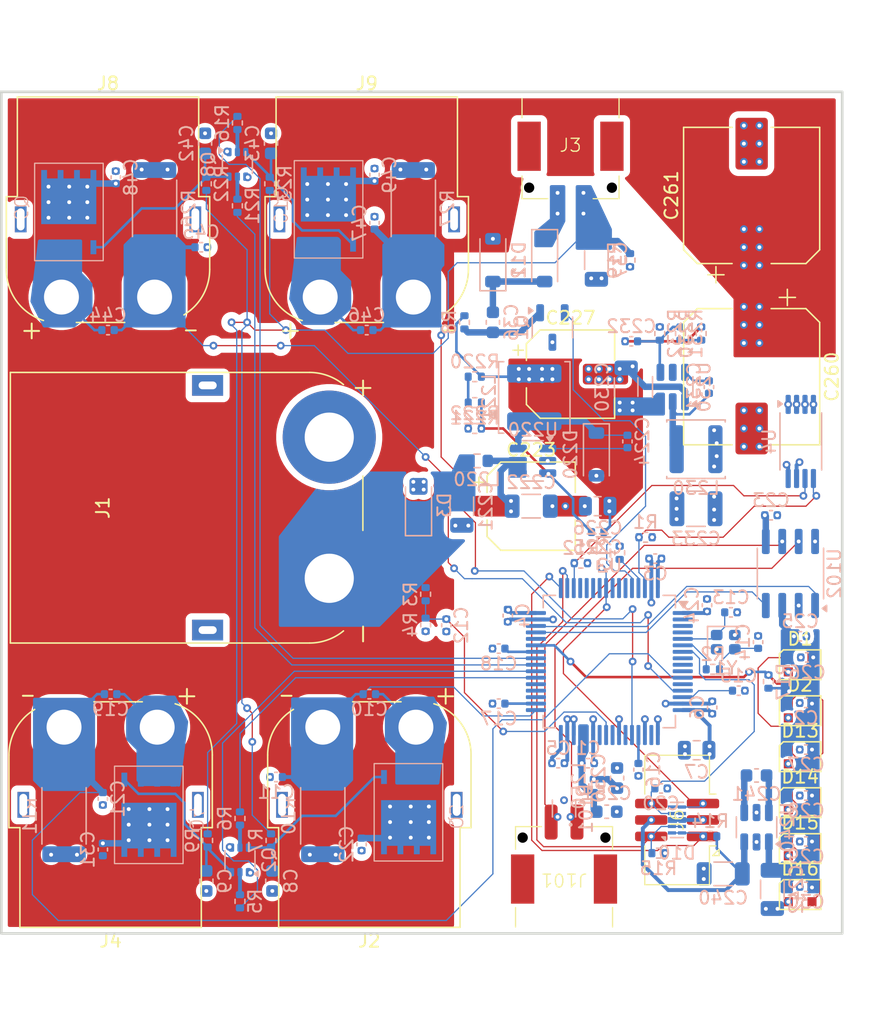
<source format=kicad_pcb>
(kicad_pcb (version 20241229) (generator "pcbnew") (generator_version "9.0")
  (layers (0 "F.Cu" signal) (4 "In1.Cu" power "FGND.cu") (6 "In2.Cu" power "FPWR.cu") (8 "In3.Cu" power "BPWR.cu") (10 "In4.Cu" power "BGND.cu") (2 "B.Cu" signal) (13 "F.Paste" user) (15 "B.Paste" user) (5 "F.SilkS" user "F.Silkscreen") (7 "B.SilkS" user "B.Silkscreen") (1 "F.Mask" user) (3 "B.Mask" user) (25 "Edge.Cuts" user))
  (net 0 "")
  (net 1 "GND")
  (net 2 "VDDA")
  (net 3 "+5V")
  (net 4 "VDD")
  (net 5 "Net-(Q2A-C1)")
  (net 6 "Net-(Q2B-C2)")
  (net 7 "/Analog Stuff/vsense_p2")
  (net 8 "Net-(J2-Pin_2)")
  (net 9 "/Power/VBUS_{SENSE}")
  (net 10 "Net-(U2A-PF0-osc_in)")
  (net 11 "Net-(C14-Pad2)")
  (net 12 "Net-(U2A-PA2-opamp_vout_0)")
  (net 13 "Net-(U2A-PA6-opamp_vout_1)")
  (net 14 "Net-(U2A-PB12-opamp_vout_2)")
  (net 15 "Net-(U2A-PA8-opamp_vout_3)")
  (net 16 "Net-(J4-Pin_2)")
  (net 17 "/Analog Stuff/vsense_p3")
  (net 18 "/dbg.nrst")
  (net 19 "VBUS")
  (net 20 "Net-(D11-K)")
  (net 21 "Net-(Q1-D)")
  (net 22 "Vdrive")
  (net 23 "Net-(Q8A-C1)")
  (net 24 "Net-(Q10-G)")
  (net 25 "Net-(J8-Pin_2)")
  (net 26 "/Analog Stuff/vsense_p0")
  (net 27 "/Analog Stuff/vsense_p1")
  (net 28 "Net-(J9-Pin_2)")
  (net 29 "/Power/VBUS_{FLT}")
  (net 30 "/Power/12V_{SW}")
  (net 31 "/Power/12V_{BST}")
  (net 32 "+12V")
  (net 33 "/Power/12V_{FB}")
  (net 34 "/Power/3V3_{SW}")
  (net 35 "/Power/3V3_{BST}")
  (net 36 "/Power/3V3_{FB}")
  (net 37 "/Power/CP-")
  (net 38 "/Power/CP+")
  (net 39 "Net-(D1-DIN)")
  (net 40 "Net-(D1-DOUT)")
  (net 41 "Net-(D13-DIN)")
  (net 42 "/dbg.swdio")
  (net 43 "/dbg.swclk")
  (net 44 "/dbg.swo")
  (net 45 "Net-(D12-K)")
  (net 46 "Net-(D13-DOUT)")
  (net 47 "Net-(D14-DOUT)")
  (net 48 "Net-(D15-DOUT)")
  (net 50 "/CANH")
  (net 51 "/CANL")
  (net 52 "/Analog Stuff/clk_in")
  (net 53 "Net-(Q2B-B2)")
  (net 54 "Net-(Q2A-B1)")
  (net 55 "Net-(Q8A-B1)")
  (net 56 "Net-(Q8B-B2)")
  (net 57 "Net-(U2A-PB9-i2c_sda)")
  (net 58 "Net-(U2A-PF1-osc_out)")
  (net 59 "/Analog Stuff/~{chan2}")
  (net 60 "/Analog Stuff/~{chan3}")
  (net 61 "Net-(U2A-PA15-i2c_sclk)")
  (net 62 "Net-(U2A-PB8-boot0)")
  (net 63 "/Analog Stuff/~{chan0}")
  (net 64 "/Analog Stuff/~{chan1}")
  (net 65 "/Power/12V_{FBM}")
  (net 66 "/Power/3V3_{FBM}")
  (net 67 "Net-(U102-RXD)")
  (net 68 "Net-(U102-TXD)")
  (footprint "Connector_AMASS:AMASS_XT60PW-F_1x02_P7.20mm_Horizontal" (layer "F.Cu") (at 111.85 65.85)
    (property "Reference" "J8")
    (property "Value" "XT60F")
  )
  (footprint "Capacitor_SMD:CP_Elec_10x10" (layer "F.Cu") (at 158 58 90)
    (property "Reference" "C261")
    (property "Value" "270u")
  )
  (footprint "LED_SMD:LED_WS2812B-2020_PLCC4_2.0x2.0mm" (layer "F.Cu") (at 161.75 112)
    (property "Reference" "D16")
    (property "Value" "WS2812B-2020")
  )
  (footprint "LED_SMD:LED_WS2812B-2020_PLCC4_2.0x2.0mm" (layer "F.Cu") (at 161.75 97.8)
    (property "Reference" "D2")
    (property "Value" "WS2812B-2020")
  )
  (footprint "Capacitor_SMD:CP_Elec_10x10" (layer "F.Cu") (at 158 72 -90)
    (property "Reference" "C260")
    (property "Value" "270u")
  )
  (footprint "Bluesat:SM02B-PASS" (layer "F.Cu") (at 143.5 115 180)
    (property "Reference" "J101")
    (property "Value" "SM02B-PASS")
  )
  (footprint "LED_SMD:LED_WS2812B-2020_PLCC4_2.0x2.0mm" (layer "F.Cu") (at 161.75 101.35)
    (property "Reference" "D13")
    (property "Value" "WS2812B-2020")
  )
  (footprint "Bluesat:IDC6" (layer "F.Cu") (at 152.240001 106.2375 90)
    (property "Reference" "J6")
    (property "Value" "IDC6")
  )
  (footprint "Capacitor_SMD:CP_Elec_6.3x7.7" (layer "F.Cu") (at 140.96 82)
    (property "Reference" "C223")
    (property "Value" "68u")
  )
  (footprint "Connector_AMASS:AMASS_XT60PW-F_1x02_P7.20mm_Horizontal" (layer "F.Cu") (at 131.85 65.85)
    (property "Reference" "J9")
    (property "Value" "XT60F")
  )
  (footprint "Capacitor_SMD:CP_Elec_6.3x7.7" (layer "F.Cu") (at 144 71.8)
    (property "Reference" "C227")
    (property "Value" "68u")
  )
  (footprint "Connector_AMASS:AMASS_XT60PW-F_1x02_P7.20mm_Horizontal" (layer "F.Cu") (at 124.85 99.070001 180)
    (property "Reference" "J2")
    (property "Value" "XT60F")
  )
  (footprint "LED_SMD:LED_WS2812B-2020_PLCC4_2.0x2.0mm" (layer "F.Cu") (at 161.75 94.25)
    (property "Reference" "D1")
    (property "Value" "WS2812B-2020")
  )
  (footprint "Bluesat:SM02B-PASS" (layer "F.Cu") (at 144 50)
    (property "Reference" "J3")
    (property "Value" "SM02B-PASS")
  )
  (footprint "LED_SMD:LED_WS2812B-2020_PLCC4_2.0x2.0mm" (layer "F.Cu") (at 161.75 104.9)
    (property "Reference" "D14")
    (property "Value" "WS2812B-2020")
  )
  (footprint "LED_SMD:LED_WS2812B-2020_PLCC4_2.0x2.0mm" (layer "F.Cu") (at 161.75 108.45)
    (property "Reference" "D15")
    (property "Value" "WS2812B-2020")
  )
  (footprint "Connector_AMASS:AMASS_XT60PW-F_1x02_P7.20mm_Horizontal" (layer "F.Cu") (at 104.85 99.07 180)
    (property "Reference" "J4")
    (property "Value" "XT60F")
  )
  (footprint "Connector_AMASS:AMASS_XT90PW-M_1x02_P10.90mm_Horizontal" (layer "F.Cu") (at 125.35 87.57 90)
    (property "Reference" "J1")
    (property "Value" "XT90M")
  )
  (footprint "Resistor_SMD:R_0402_1005Metric" (layer "B.Cu") (at 115.85 57.1 90)
    (property "Reference" "R22")
    (property "Value" "470k")
  )
  (footprint "Resistor_SMD:R_0402_1005Metric" (layer "B.Cu") (at 136.6 74)
    (property "Reference" "R221")
    (property "Value" "47k")
  )
  (footprint "Capacitor_SMD:C_0402_1005Metric" (layer "B.Cu") (at 121.25 102.92)
    (property "Reference" "C11")
    (property "Value" "1n")
  )
  (footprint "Resistor_SMD:R_0402_1005Metric" (layer "B.Cu") (at 144.8 86.4 180)
    (property "Reference" "R12")
    (property "Value" "10k")
  )
  (footprint "Diode_SMD:D_SOD-123" (layer "B.Cu") (at 138 63 90)
    (property "Reference" "D11")
    (property "Value" "SBR0560S1-7")
  )
  (footprint "Resistor_SMD:R_0402_1005Metric" (layer "B.Cu") (at 136.6 72 180)
    (property "Reference" "R220")
    (property "Value" "100k")
  )
  (footprint "Capacitor_SMD:C_0603_1608Metric" (layer "B.Cu") (at 120.85 53.975 -90)
    (property "Reference" "C43")
    (property "Value" "100n")
  )
  (footprint "Capacitor_SMD:C_1206_3216Metric" (layer "B.Cu") (at 140.96 82 180)
    (property "Reference" "C222")
    (property "Value" "1u")
  )
  (footprint "Diode_SMD:D_SOD-123" (layer "B.Cu") (at 146 78 -90)
    (property "Reference" "D220")
    (property "Value" "D_Schottky_Small")
  )
  (footprint "Capacitor_SMD:C_0402_1005Metric" (layer "B.Cu") (at 148.7 69.264999 180)
    (property "Reference" "C232")
    (property "Value" "33p")
  )
  (footprint "Resistor_SMD:R_2512_6332Metric" (layer "B.Cu") (at 111.85 59 90)
    (property "Reference" "R26")
    (property "Value" "1m")
  )
  (footprint "Capacitor_SMD:C_1210_3225Metric" (layer "B.Cu") (at 153.7 82.199999)
    (property "Reference" "C233")
    (property "Value" "22u")
  )
  (footprint "Diode_SMD:D_SMF" (layer "B.Cu") (at 132.25 81.92 90)
    (property "Reference" "D3")
    (property "Value" "30V")
  )
  (footprint "Resistor_SMD:R_0402_1005Metric" (layer "B.Cu") (at 147.8 85.6 -90)
    (property "Reference" "R13")
    (property "Value" "10k")
  )
  (footprint "Capacitor_SMD:C_0402_1005Metric" (layer "B.Cu") (at 128.25 68.4 180)
    (property "Reference" "C46")
    (property "Value" "1n")
  )
  (footprint "Resistor_SMD:R_0402_1005Metric" (layer "B.Cu") (at 152.5 68.664999 90)
    (property "Reference" "R231")
    (property "Value" "10k")
  )
  (footprint "Package_SO:TSSOP-8_4.4x3mm_P0.65mm" (layer "B.Cu") (at 161.8 77 -90)
    (property "Reference" "U4")
    (property "Value" "24LC128")
  )
  (footprint "Capacitor_SMD:C_0402_1005Metric" (layer "B.Cu") (at 107.85 104.6 90)
    (property "Reference" "C21")
    (property "Value" "1n")
  )
  (footprint "Capacitor_SMD:C_0402_1005Metric" (layer "B.Cu") (at 107.85 108.52 -90)
    (property "Reference" "C31")
    (property "Value" "1n")
  )
  (footprint "Package_TO_SOT_SMD:SOT-363_SC-70-6" (layer "B.Cu") (at 118.25 55.6 -90)
    (property "Reference" "Q8")
    (property "Value" "Q_Dual_NPN_NPN_E1B1C2E2B2C1")
  )
  (footprint "Resistor_SMD:R_0402_1005Metric" (layer "B.Cu") (at 145.799999 103.6 -90)
    (property "Reference" "L250")
    (property "Value" "600R")
  )
  (footprint "Capacitor_SMD:C_0402_1005Metric" (layer "B.Cu") (at 139.15 90.45 90)
    (property "Reference" "C4")
    (property "Value" "220n")
  )
  (footprint "Capacitor_SMD:C_0402_1005Metric" (layer "B.Cu") (at 138.45 93)
    (property "Reference" "C18")
    (property "Value" "3n3")
  )
  (footprint "Capacitor_SMD:C_0402_1005Metric" (layer "B.Cu") (at 161.75 92.050001 180)
    (property "Reference" "C25")
    (property "Value" "220n")
  )
  (footprint "Capacitor_SMD:C_0402_1005Metric" (layer "B.Cu") (at 146.1 84)
    (property "Reference" "C225")
    (property "Value" "33p")
  )
  (footprint "Package_TO_SOT_SMD:SOT-363_SC-70-6" (layer "B.Cu") (at 118.450001 109.32 90)
    (property "Reference" "Q2")
    (property "Value" "Q_Dual_NPN_NPN_E1B1C2E2B2C1")
  )
  (footprint "Resistor_SMD:R_0402_1005Metric" (layer "B.Cu") (at 154.1 68.664999 -90)
    (property "Reference" "R230")
    (property "Value" "22k")
  )
  (footprint "Resistor_SMD:R_0402_1005Metric" (layer "B.Cu") (at 118.45 106.12 -90)
    (property "Reference" "R6")
    (property "Value" "10k")
  )
  (footprint "Inductor_SMD:L_Changjiang_FNR4020S" (layer "B.Cu") (at 153.7 77.599999)
    (property "Reference" "L230")
    (property "Value" "4u7")
  )
  (footprint "Resistor_SMD:R_0402_1005Metric" (layer "B.Cu") (at 148.6 63 -90)
    (property "Reference" "R19")
    (property "Value" "470k")
  )
  (footprint "Resistor_SMD:R_2512_6332Metric" (layer "B.Cu") (at 104.849999 105.92 -90)
    (property "Reference" "R11")
    (property "Value" "1m")
  )
  (footprint "Capacitor_SMD:C_0402_1005Metric" (layer "B.Cu") (at 148.4 77 90)
    (property "Reference" "C224")
    (property "Value" "100n")
  )
  (footprint "Resistor_SMD:R_0402_1005Metric" (layer "B.Cu") (at 150.8 108.8)
    (property "Reference" "R15")
    (property "Value" "100k")
  )
  (footprint "Package_TO_SOT_SMD:SOT-23-6" (layer "B.Cu") (at 158.38 106.8 90)
    (property "Reference" "U240")
    (property "Value" "HX4002")
  )
  (footprint "Capacitor_SMD:C_0402_1005Metric" (layer "B.Cu") (at 128.85 60.12 -90)
    (property "Reference" "C47")
    (property "Value" "1n")
  )
  (footprint "Bluesat:PQFN_5x6mm_E_SGD" (layer "B.Cu") (at 111.4275 106.17 90)
    (property "Reference" "Q4")
    (property "Value" "IRFH7440TRPBF")
  )
  (footprint "Capacitor_SMD:C_0603_1608Metric" (layer "B.Cu") (at 115.750001 53.975 -90)
    (property "Reference" "C42")
    (property "Value" "100n")
  )
  (footprint "Capacitor_SMD:C_0402_1005Metric" (layer "B.Cu") (at 162.2 97.2)
    (property "Reference" "C2")
    (property "Value" "220n")
  )
  (footprint "Capacitor_SMD:C_1206_3216Metric" (layer "B.Cu") (at 148.3 72.799999 -90)
    (property "Reference" "C230")
    (property "Value" "4u7")
  )
  (footprint "Capacitor_SMD:C_1206_3216Metric" (layer "B.Cu") (at 135.6 82 90)
    (property "Reference" "C221")
    (property "Value" "1u")
  )
  (footprint "Capacitor_SMD:C_0402_1005Metric" (layer "B.Cu") (at 145.35 101.85 180)
    (property "Reference" "C1")
    (property "Value" "220n")
  )
  (footprint "Capacitor_SMD:C_0603_1608Metric" (layer "B.Cu") (at 158.38 102.8)
    (property "Reference" "C241")
    (property "Value" "2u2")
  )
  (footprint "Resistor_SMD:R_0402_1005Metric" (layer "B.Cu") (at 118.25 58.8 90)
    (property "Reference" "R21")
    (property "Value" "10k")
  )
  (footprint "Resistor_SMD:R_0402_1005Metric" (layer "B.Cu") (at 132.8 88.8 -90)
    (property "Reference" "R3")
    (property "Value" "220k")
  )
  (footprint "Capacitor_SMD:C_0402_1005Metric" (layer "B.Cu") (at 108.85 56.6 90)
    (property "Reference" "C48")
    (property "Value" "1n")
  )
  (footprint "Package_TO_SOT_SMD:TSOT-23-6" (layer "B.Cu") (at 141.1 78.5 180)
    (property "Reference" "U220")
    (property "Value" "MP2459GJ-Z-MS")
  )
  (footprint "Capacitor_SMD:C_0402_1005Metric" (layer "B.Cu") (at 138.45 97.25)
    (property "Reference" "C17")
    (property "Value" "3n3")
  )
  (footprint "Resistor_SMD:R_0402_1005Metric" (layer "B.Cu") (at 132.8 91.155 -90)
    (property "Reference" "R4")
    (property "Value" "10k")
  )
  (footprint "Capacitor_SMD:C_0402_1005Metric" (layer "B.Cu") (at 127.85 108.12 -90)
    (property "Reference" "C22")
    (property "Value" "1n")
  )
  (footprint "Resistor_SMD:R_0402_1005Metric" (layer "B.Cu") (at 155 94.6 180)
    (property "Reference" "R2")
    (property "Value" "470R")
  )
  (footprint "Capacitor_SMD:C_0402_1005Metric" (layer "B.Cu") (at 108.45 96.52)
    (property "Reference" "C19")
    (property "Value" "1n")
  )
  (footprint "Resistor_SMD:R_0402_1005Metric" (layer "B.Cu") (at 118.25 52.4 -90)
    (property "Reference" "R16")
    (property "Value" "10k")
  )
  (footprint "Capacitor_SMD:C_0402_1005Metric" (layer "B.Cu") (at 143.05 101.85 180)
    (property "Reference" "C5")
    (property "Value" "220n")
  )
  (footprint "Capacitor_SMD:C_0603_1608Metric" (layer "B.Cu") (at 138 67.8 90)
    (property "Reference" "C36")
    (property "Value" "100n")
  )
  (footprint "Package_QFP:LQFP-64_10x10mm_P0.5mm" (layer "B.Cu") (at 147 94 180)
    (property "Reference" "U2")
    (property "Value" "STM32G474RBT6")
  )
  (footprint "Resistor_SMD:R_0402_1005Metric" (layer "B.Cu") (at 136.6 76 180)
    (property "Reference" "R222")
    (property "Value" "10k")
  )
  (footprint "Capacitor_SMD:C_0402_1005Metric" (layer "B.Cu") (at 162.2 107.9)
    (property "Reference" "C29")
    (property "Value" "220n")
  )
  (footprint "Bluesat:PQFN_5x6mm_E_SGD" (layer "B.Cu") (at 105.2025 58.95 -90)
    (property "Reference" "Q9")
    (property "Value" "IRFH7440TRPBF")
  )
  (footprint "Capacitor_SMD:C_0402_1005Metric" (layer "B.Cu") (at 154.55 89.65 -90)
    (property "Reference" "C24")
    (property "Value" "220n")
  )
  (footprint "Resistor_SMD:R_0402_1005Metric" (layer "B.Cu") (at 154.8 107.5 180)
    (property "Reference" "R14")
    (property "Value" "100k")
  )
  (footprint "Resistor_SMD:R_0603_1608Metric" (layer "B.Cu") (at 136.775 78.5)
    (property "Reference" "L220")
    (property "Value" "120R")
  )
  (footprint "Resistor_SMD:R_0402_1005Metric" (layer "B.Cu") (at 120.75 57.1 90)
    (property "Reference" "R23")
    (property "Value" "470k")
  )
  (footprint "Capacitor_SMD:C_0402_1005Metric" (layer "B.Cu") (at 151 103.8)
    (property "Reference" "C20")
    (property "Value" "10n")
  )
  (footprint "Capacitor_SMD:C_0402_1005Metric" (layer "B.Cu") (at 158.5 92.5 -90)
    (property "Reference" "C14")
    (property "Value" "10p")
  )
  (footprint "Capacitor_SMD:C_0402_1005Metric" (layer "B.Cu") (at 154.7 72.799999 -90)
    (property "Reference" "C231")
    (property "Value" "220n")
  )
  (footprint "Capacitor_SMD:C_0402_1005Metric" (layer "B.Cu") (at 128.45 96.52)
    (property "Reference" "C10")
    (property "Value" "1n")
  )
  (footprint "Capacitor_SMD:C_0603_1608Metric" (layer "B.Cu") (at 120.949999 110.945 90)
    (property "Reference" "C8")
    (property "Value" "100n")
  )
  (footprint "Capacitor_SMD:C_0402_1005Metric" (layer "B.Cu") (at 128.85 56.4 90)
    (property "Reference" "C49")
    (property "Value" "1n")
  )
  (footprint "Bluesat:PQFN_5x6mm_E_SGD" (layer "B.Cu") (at 125.2725 58.75 -90)
    (property "Reference" "Q10")
    (property "Value" "IRFH7440TRPBF")
  )
  (footprint "Resistor_SMD:R_0402_1005Metric" (layer "B.Cu") (at 118.45 112.52 90)
    (property "Reference" "R5")
    (property "Value" "10k")
  )
  (footprint "Capacitor_SMD:C_0402_1005Metric" (layer "B.Cu") (at 162.2 100.8)
    (property "Reference" "C27")
    (property "Value" "220n")
  )
  (footprint "Capacitor_SMD:C_0402_1005Metric" (layer "B.Cu") (at 162.2 111.4)
    (property "Reference" "C30")
    (property "Value" "220n")
  )
  (footprint "Capacitor_SMD:C_0402_1005Metric" (layer "B.Cu") (at 115.45 62 180)
    (property "Reference" "C45")
    (property "Value" "1n")
  )
  (footprint "Capacitor_SMD:C_0603_1608Metric" (layer "B.Cu") (at 115.85 110.945001 90)
    (property "Reference" "C9")
    (property "Value" "100n")
  )
  (footprint "Inductor_SMD:L_Changjiang_FNR5040S" (layer "B.Cu") (at 141.2 73.6 -90)
    (property "Reference" "L221")
    (property "Value" "15u")
  )
  (footprint "Capacitor_SMD:C_0402_1005Metric" (layer "B.Cu") (at 108.25 68.4 180)
    (property "Reference" "C44")
    (property "Value" "1n")
  )
  (footprint "Crystal:Crystal_SMD_2016-4Pin_2.0x1.6mm" (layer "B.Cu") (at 156 92.5)
    (property "Reference" "Y1")
    (property "Value" "24MHz")
  )
  (footprint "Capacitor_SMD:C_1206_3216Metric" (layer "B.Cu") (at 155.8 110.4)
    (property "Reference" "C240")
    (property "Value" "10u")
  )
  (footprint "Capacitor_SMD:C_0402_1005Metric" (layer "B.Cu") (at 134.4 91.2 90)
    (property "Reference" "C12")
    (property "Value" "10n")
  )
  (footprint "Capacitor_SMD:C_0603_1608Metric" (layer "B.Cu") (at 147.6 103 -90)
    (property "Reference" "C250")
    (property "Value" "2u2")
  )
  (footprint "Package_SO:SOIC-8_3.9x4.9mm_P1.27mm" (layer "B.Cu") (at 161 87.2 90)
    (property "Reference" "U102")
    (property "Value" "TCAN1462V")
  )
  (footprint "Capacitor_SMD:C_1206_3216Metric" (layer "B.Cu") (at 146 63 90)
    (property "Reference" "C37")
    (property "Value" "1u")
  )
  (footprint "Resistor_SMD:R_2512_6332Metric" (layer "B.Cu") (at 124.85 105.92 -90)
    (property "Reference" "R10")
    (property "Value" "1m")
  )
  (footprint "Diode_SMD:D_SOD-123" (layer "B.Cu") (at 142 63 -90)
    (property "Reference" "D12")
    (property "Value" "SBR0560S1-7")
  )
  (footprint "Resistor_SMD:R_0402_1005Metric" (layer "B.Cu") (at 135.8 67.8 -90)
    (property "Reference" "R8")
    (property "Value" "100R")
  )
  (footprint "Capacitor_SMD:C_1206_3216Metric" (layer "B.Cu") (at 159.6 111.6 90)
    (property "Reference" "C242")
    (property "Value" "10u")
  )
  (footprint "Capacitor_SMD:C_0402_1005Metric" (layer "B.Cu") (at 159.5 82.7 180)
    (property "Reference" "C23")
    (property "Value" "220n")
  )
  (footprint "Capacitor_SMD:C_0402_1005Metric" (layer "B.Cu") (at 150.55 86.05)
    (property "Reference" "C3")
    (property "Value" "220n")
  )
  (footprint "Capacitor_SMD:C_0402_1005Metric" (layer "B.Cu") (at 154.95 97.55 -90)
    (property "Reference" "C6")
    (property "Value" "220n")
  )
  (footprint "Capacitor_SMD:C_0402_1005Metric" (layer "B.Cu") (at 157 96.25 180)
    (property "Reference" "C15")
    (property "Value" "3n3")
  )
  (footprint "Package_TO_SOT_SMD:SOT-23-3" (layer "B.Cu") (at 142.6 68.2 -90)
    (property "Reference" "Q1")
    (property "Value" "SSM3K333R")
  )
  (footprint "Capacitor_SMD:C_0402_1005Metric" (layer "B.Cu") (at 156.4 90.2 180)
    (property "Reference" "C13")
    (property "Value" "10p")
  )
  (footprint "Resistor_SMD:R_0402_1005Metric" (layer "B.Cu") (at 120.85 107.82 -90)
    (property "Reference" "R7")
    (property "Value" "470k")
  )
  (footprint "Capacitor_SMD:C_0402_1005Metric" (layer "B.Cu") (at 149.25 102.35 90)
    (property "Reference" "C16")
    (property "Value" "3n3")
  )
  (footprint "Resistor_SMD:R_0402_1005Metric" (layer "B.Cu") (at 115.95 107.82 -90)
    (property "Reference" "R9")
    (property "Value" "470k")
  )
  (footprint "Resistor_SMD:R_0402_1005Metric" (layer "B.Cu") (at 159.3 95.55 90)
    (property "Reference" "R17")
    (property "Value" "1k")
  )
  (footprint "Resistor_SMD:R_0402_1005Metric" (layer "B.Cu") (at 150.9 68.664999 90)
    (property "Reference" "R232")
    (property "Value" "10k")
  )
  (footprint "Bluesat:PQFN_5x6mm_E_SGD" (layer "B.Cu") (at 131.4975 105.97 90)
    (property "Reference" "Q3")
    (property "Value" "IRFH7440TRPBF")
  )
  (footprint "Package_TO_SOT_SMD:TSOT-23-6" (layer "B.Cu") (at 151.9 72.799999 90)
    (property "Reference" "U230")
    (property "Value" "AP62200TWU")
  )
  (footprint "Resistor_SMD:R_0402_1005Metric" (layer "B.Cu") (at 149.8 84.4 180)
    (property "Reference" "R1")
    (property "Value" "10k")
  )
  (footprint "Resistor_SMD:R_2512_6332Metric" (layer "B.Cu") (at 131.85 59 90)
    (property "Reference" "R27")
    (property "Value" "1m")
  )
  (footprint "Capacitor_SMD:C_0805_2012Metric" (layer "B.Cu") (at 153.75 100.85)
    (property "Reference" "C7")
    (property "Value" "4u7")
  )
  (footprint "Package_TO_SOT_SMD:SOT-523" (layer "B.Cu") (at 143.5 105.355001 90)
    (property "Reference" "D101")
    (property "Value" "5V")
  )
  (footprint "Capacitor_SMD:C_0402_1005Metric" (layer "B.Cu") (at 162.2 104.35)
    (property "Reference" "C28")
    (property "Value" "220n")
  )
  (footprint "Capacitor_SMD:C_0603_1608Metric" (layer "B.Cu") (at 146.799999 105.600001 180)
    (property "Reference" "C251")
    (property "Value" "2u2")
  )
  (footprint "Package_DFN_QFN:Diodes_UDFN-10_1.0x2.5mm_P0.5mm" (layer "B.Cu") (at 152.2275 106.2375)
    (property "Reference" "D10")
    (property "Value" "D_TVS_Dual_Compact")
  )
  (footprint "Capacitor_SMD:C_0402_1005Metric" (layer "B.Cu") (at 162.28 93.68)
    (property "Reference" "C26")
    (property "Value" "220n")
  )
  (footprint "Capacitor_SMD:C_0805_2012Metric" (layer "B.Cu") (at 146.1 82)
    (property "Reference" "C226")
    (property "Value" "1u")
  )
  (gr_rect (start 100 50) (end 165 115) (stroke (width 0.2)) (fill no) (layer "Edge.Cuts"))
  (via (at 147.8 72.2) (size 0.6) (drill 0.3) (layers "F.Cu" "B.Cu") (net 1))
  (via (at 145.4 72.2) (size 0.6) (drill 0.3) (layers "F.Cu" "B.Cu") (net 1))
  (via (at 156.88 90.2) (size 0.6) (drill 0.3) (layers "F.Cu" "B.Cu") (net 1))
  (via (at 143.5 104.710001) (size 0.6) (drill 0.3) (layers "F.Cu" "B.Cu") (net 1))
  (via (at 160.835 112.55) (size 0.6) (drill 0.3) (layers "F.Cu" "B.Cu") (net 1))
  (via (at 157.4 77.4) (size 0.6) (drill 0.3) (layers "F.Cu" "B.Cu") (net 1))
  (via (at 145.1 82) (size 0.6) (drill 0.3) (layers "F.Cu" "B.Cu") (net 1))
  (via (at 151.48 103.8) (size 0.6) (drill 0.3) (layers "F.Cu" "B.Cu") (net 1))
  (via (at 154.240002 106.2375) (size 0.6) (drill 0.3) (layers "F.Cu" "B.Cu") (net 1))
  (via (at 142.6 69.3375) (size 0.6) (drill 0.3) (layers "F.Cu" "B.Cu") (net 1))
  (via (at 150.9 68.155) (size 0.6) (drill 0.3) (layers "F.Cu" "B.Cu") (net 1))
  (via (at 151.309999 108.8) (size 0.6) (drill 0.3) (layers "F.Cu" "B.Cu") (net 1))
  (via (at 103.85 108.92) (size 0.6) (drill 0.3) (layers "F.Cu" "B.Cu") (net 1))
  (via (at 147.75 98.45) (size 0.6) (drill 0.3) (layers "F.Cu" "B.Cu") (net 1))
  (via (at 136.090001 76) (size 0.6) (drill 0.3) (layers "F.Cu" "B.Cu") (net 1))
  (via (at 158.5 92.02) (size 0.6) (drill 0.3) (layers "F.Cu" "B.Cu") (net 1))
  (via (at 145.6 64.4) (size 0.6) (drill 0.3) (layers "F.Cu" "B.Cu") (net 1))
  (via (at 150.07 86.05) (size 0.6) (drill 0.3) (layers "F.Cu" "B.Cu") (net 1))
  (via (at 160.835 94.8) (size 0.6) (drill 0.3) (layers "F.Cu" "B.Cu") (net 1))
  (via (at 160.835 98.35) (size 0.6) (drill 0.3) (layers "F.Cu" "B.Cu") (net 1))
  (via (at 157.4 55.4) (size 0.6) (drill 0.3) (layers "F.Cu" "B.Cu") (net 1))
  (via (at 161.72 104.35) (size 0.6) (drill 0.3) (layers "F.Cu" "B.Cu") (net 1))
  (via (at 142.2375 78.5) (size 0.6) (drill 0.3) (layers "F.Cu" "B.Cu") (net 1))
  (via (at 158.6 54) (size 0.6) (drill 0.3) (layers "F.Cu" "B.Cu") (net 1))
  (via (at 145.75 98.45) (size 0.6) (drill 0.3) (layers "F.Cu" "B.Cu") (net 1))
  (via (at 142.65 90.75) (size 0.6) (drill 0.3) (layers "F.Cu" "B.Cu") (net 1))
  (via (at 161.72 107.9) (size 0.6) (drill 0.3) (layers "F.Cu" "B.Cu") (net 1))
  (via (at 137.97 97.25) (size 0.6) (drill 0.3) (layers "F.Cu" "B.Cu") (net 1))
  (via (at 137.97 93) (size 0.6) (drill 0.3) (layers "F.Cu" "B.Cu") (net 1))
  (via (at 158.38 107.9375) (size 0.6) (drill 0.3) (layers "F.Cu" "B.Cu") (net 1))
  (via (at 161.475 74.1375) (size 0.6) (drill 0.3) (layers "F.Cu" "B.Cu") (net 1))
  (via (at 135.1 83.5) (size 0.6) (drill 0.3) (layers "F.Cu" "B.Cu") (net 1))
  (via (at 161.72 111.4) (size 0.6) (drill 0.3) (layers "F.Cu" "B.Cu") (net 1))
  (via (at 146.4 64.4) (size 0.6) (drill 0.3) (layers "F.Cu" "B.Cu") (net 1))
  (via (at 151.35 97.25) (size 0.6) (drill 0.3) (layers "F.Cu" "B.Cu") (net 1))
  (via (at 157.4 76) (size 0.6) (drill 0.3) (layers "F.Cu" "B.Cu") (net 1))
  (via (at 157.4 54) (size 0.6) (drill 0.3) (layers "F.Cu" "B.Cu") (net 1))
  (via (at 161.8 93.68) (size 0.6) (drill 0.3) (layers "F.Cu" "B.Cu") (net 1))
  (via (at 128.85 59.64) (size 0.6) (drill 0.3) (layers "F.Cu" "B.Cu") (net 1))
  (via (at 120.77 102.92) (size 0.6) (drill 0.3) (layers "F.Cu" "B.Cu") (net 1))
  (via (at 160.825 74.1375) (size 0.6) (drill 0.3) (layers "F.Cu" "B.Cu") (net 1))
  (via (at 125.85 108.92) (size 0.6) (drill 0.3) (layers "F.Cu" "B.Cu") (net 1))
  (via (at 120.85 53.2) (size 0.6) (drill 0.3) (layers "F.Cu" "B.Cu") (net 1))
  (via (at 155.3 93.05) (size 0.6) (drill 0.3) (layers "F.Cu" "B.Cu") (net 1))
  (via (at 149.25 102.83) (size 0.6) (drill 0.3) (layers "F.Cu" "B.Cu") (net 1))
  (via (at 159.1 113.1) (size 0.6) (drill 0.3) (layers "F.Cu" "B.Cu") (net 1))
  (via (at 107.85 105.08) (size 0.6) (drill 0.3) (layers "F.Cu" "B.Cu") (net 1))
  (via (at 147 71.4) (size 0.6) (drill 0.3) (layers "F.Cu" "B.Cu") (net 1))
  (via (at 132.8 91.664999) (size 0.6) (drill 0.3) (layers "F.Cu" "B.Cu") (net 1))
  (via (at 158.6 52.6) (size 0.6) (drill 0.3) (layers "F.Cu" "B.Cu") (net 1))
  (via (at 147.6 102.225) (size 0.6) (drill 0.3) (layers "F.Cu" "B.Cu") (net 1))
  (via (at 162.125 74.1375) (size 0.6) (drill 0.3) (layers "F.Cu" "B.Cu") (net 1))
  (via (at 108.85 56.12) (size 0.6) (drill 0.3) (layers "F.Cu" "B.Cu") (net 1))
  (via (at 160.835 109) (size 0.6) (drill 0.3) (layers "F.Cu" "B.Cu") (net 1))
  (via (at 161.72 97.2) (size 0.6) (drill 0.3) (layers "F.Cu" "B.Cu") (net 1))
  (via (at 105.85 108.92) (size 0.6) (drill 0.3) (layers "F.Cu" "B.Cu") (net 1))
  (via (at 127.85 108.6) (size 0.6) (drill 0.3) (layers "F.Cu" "B.Cu") (net 1))
  (via (at 131.85 80.12) (size 0.6) (drill 0.3) (layers "F.Cu" "B.Cu") (net 1))
  (via (at 157.4 74.6) (size 0.6) (drill 0.3) (layers "F.Cu" "B.Cu") (net 1))
  (via (at 156.7 91.95) (size 0.6) (drill 0.3) (layers "F.Cu" "B.Cu") (net 1))
  (via (at 154.3 110.8) (size 0.6) (drill 0.3) (layers "F.Cu" "B.Cu") (net 1))
  (via (at 162.23 92.05) (size 0.6) (drill 0.3) (layers "F.Cu" "B.Cu") (net 1))
  (via (at 146 79.65) (size 0.6) (drill 0.3) (layers "F.Cu" "B.Cu") (net 1))
  (via (at 148.8 71.2) (size 0.6) (drill 0.3) (layers "F.Cu" "B.Cu") (net 1))
  (via (at 152.2 83) (size 0.6) (drill 0.3) (layers "F.Cu" "B.Cu") (net 1))
  (via (at 115.93 62) (size 0.6) (drill 0.3) (layers "F.Cu" "B.Cu") (net 1))
  (via (at 157.48 96.25) (size 0.6) (drill 0.3) (layers "F.Cu" "B.Cu") (net 1))
  (via (at 136.1 83.5) (size 0.6) (drill 0.3) (layers "F.Cu" "B.Cu") (net 1))
  (via (at 158.6 55.4) (size 0.6) (drill 0.3) (layers "F.Cu" "B.Cu") (net 1))
  (via (at 132.65 80.12) (size 0.6) (drill 0.3) (layers "F.Cu" "B.Cu") (net 1))
  (via (at 152.85 100.55) (size 0.6) (drill 0.3) (layers "F.Cu" "B.Cu") (net 1))
  (via (at 143.6 82) (size 0.6) (drill 0.3) (layers "F.Cu" "B.Cu") (net 1))
  (via (at 146.2 72.2) (size 0.6) (drill 0.3) (layers "F.Cu" "B.Cu") (net 1))
  (via (at 147.8 71.4) (size 0.6) (drill 0.3) (layers "F.Cu" "B.Cu") (net 1))
  (via (at 147 72.2) (size 0.6) (drill 0.3) (layers "F.Cu" "B.Cu") (net 1))
  (via (at 158.6 77.4) (size 0.6) (drill 0.3) (layers "F.Cu" "B.Cu") (net 1))
  (via (at 162.775 74.1375) (size 0.6) (drill 0.3) (layers "F.Cu" "B.Cu") (net 1))
  (via (at 147.8 85.090001) (size 0.6) (drill 0.3) (layers "F.Cu" "B.Cu") (net 1))
  (via (at 146.2 71.4) (size 0.6) (drill 0.3) (layers "F.Cu" "B.Cu") (net 1))
  (via (at 158.6 76) (size 0.6) (drill 0.3) (layers "F.Cu" "B.Cu") (net 1))
  (via (at 110.85 56) (size 0.6) (drill 0.3) (layers "F.Cu" "B.Cu") (net 1))
  (via (at 134.4 91.68) (size 0.6) (drill 0.3) (layers "F.Cu" "B.Cu") (net 1))
  (via (at 161.7 78.6) (size 0.6) (drill 0.3) (layers "F.Cu" "B.Cu") (net 1))
  (via (at 161.72 100.8) (size 0.6) (drill 0.3) (layers "F.Cu" "B.Cu") (net 1))
  (via (at 144.25 98.45) (size 0.6) (drill 0.3) (layers "F.Cu" "B.Cu") (net 1))
  (via (at 142.6 82) (size 0.6) (drill 0.3) (layers "F.Cu" "B.Cu") (net 1))
  (via (at 143.53 101.85) (size 0.6) (drill 0.3) (layers "F.Cu" "B.Cu") (net 1))
  (via (at 161.635 89.675) (size 0.6) (drill 0.3) (layers "F.Cu" "B.Cu") (net 1))
  (via (at 130.85 56) (size 0.6) (drill 0.3) (layers "F.Cu" "B.Cu") (net 1))
  (via (at 145.83 101.85) (size 0.6) (drill 0.3) (layers "F.Cu" "B.Cu") (net 1))
  (via (at 150.75 98.45) (size 0.6) (drill 0.3) (layers "F.Cu" "B.Cu") (net 1))
  (via (at 158.6 74.6) (size 0.6) (drill 0.3) (layers "F.Cu" "B.Cu") (net 1))
  (via (at 147.574999 105.600001) (size 0.6) (drill 0.3) (layers "F.Cu" "B.Cu") (net 1))
  (via (at 131.85 80.72) (size 0.6) (drill 0.3) (layers "F.Cu" "B.Cu") (net 1))
  (via (at 149.75 98.45) (size 0.6) (drill 0.3) (layers "F.Cu" "B.Cu") (net 1))
  (via (at 154.95 97.07) (size 0.6) (drill 0.3) (layers "F.Cu" "B.Cu") (net 1))
  (via (at 117.65 108.32) (size 0.6) (drill 0.3) (layers "F.Cu" "B.Cu") (net 1))
  (via (at 152.2 81.4) (size 0.6) (drill 0.3) (layers "F.Cu" "B.Cu") (net 1))
  (via (at 152.2 82.2) (size 0.6) (drill 0.3) (layers "F.Cu" "B.Cu") (net 1))
  (via (at 115.750001 53.2) (size 0.6) (drill 0.3) (layers "F.Cu" "B.Cu") (net 1))
  (via (at 120.949999 111.72) (size 0.6) (drill 0.3) (layers "F.Cu" "B.Cu") (net 1))
  (via (at 132.65 80.72) (size 0.6) (drill 0.3) (layers "F.Cu" "B.Cu") (net 1))
  (via (at 145.4 71.4) (size 0.6) (drill 0.3) (layers "F.Cu" "B.Cu") (net 1))
  (via (at 112.85 56) (size 0.6) (drill 0.3) (layers "F.Cu" "B.Cu") (net 1))
  (via (at 117.45 54.6) (size 0.6) (drill 0.3) (layers "F.Cu" "B.Cu") (net 1))
  (via (at 160.835 105.45) (size 0.6) (drill 0.3) (layers "F.Cu" "B.Cu") (net 1))
  (via (at 148.6 63.509999) (size 0.6) (drill 0.3) (layers "F.Cu" "B.Cu") (net 1))
  (via (at 132.85 56) (size 0.6) (drill 0.3) (layers "F.Cu" "B.Cu") (net 1))
  (via (at 154.55 89.17) (size 0.6) (drill 0.3) (layers "F.Cu" "B.Cu") (net 1))
  (via (at 128.85 55.92) (size 0.6) (drill 0.3) (layers "F.Cu" "B.Cu") (net 1))
  (via (at 123.85 108.92) (size 0.6) (drill 0.3) (layers "F.Cu" "B.Cu") (net 1))
  (via (at 159.98 82.700001) (size 0.6) (drill 0.3) (layers "F.Cu" "B.Cu") (net 1))
  (via (at 119.25 110.32) (size 0.6) (drill 0.3) (layers "F.Cu" "B.Cu") (net 1))
  (via (at 143.75 98.45) (size 0.6) (drill 0.3) (layers "F.Cu" "B.Cu") (net 1))
  (via (at 119.05 56.6) (size 0.6) (drill 0.3) (layers "F.Cu" "B.Cu") (net 1))
  (via (at 139.15 90.93) (size 0.6) (drill 0.3) (layers "F.Cu" "B.Cu") (net 1))
  (via (at 115.85 111.72) (size 0.6) (drill 0.3) (layers "F.Cu" "B.Cu") (net 1))
  (via (at 160.835 101.9) (size 0.6) (drill 0.3) (layers "F.Cu" "B.Cu") (net 1))
  (via (at 160 113.1) (size 0.6) (drill 0.3) (layers "F.Cu" "B.Cu") (net 1))
  (via (at 154.3 110) (size 0.6) (drill 0.3) (layers "F.Cu" "B.Cu") (net 1))
  (via (at 150.25 89.45) (size 0.6) (drill 0.3) (layers "F.Cu" "B.Cu") (net 1))
  (via (at 152.85 101.15) (size 0.6) (drill 0.3) (layers "F.Cu" "B.Cu") (net 1))
  (via (at 157.4 52.6) (size 0.6) (drill 0.3) (layers "F.Cu" "B.Cu") (net 1))
  (segment (start 143.53 101.85) (end 143.751 101.629) (width 0.3) (layer "B.Cu") (net 1))
  (segment (start 145.75 101.77) (end 145.83 101.85) (width 0.3) (layer "B.Cu") (net 1))
  (segment (start 148.3 71.324998) (end 149.751001 72.775999) (width 0.5) (layer "B.Cu") (net 1))
  (segment (start 150.25 88.325) (end 150.25 89.45) (width 0.3) (layer "B.Cu") (net 1))
  (segment (start 152.675 97.25) (end 151.35 97.25) (width 0.3) (layer "B.Cu") (net 1))
  (segment (start 149.75 99.675) (end 149.75 98.45) (width 0.3) (layer "B.Cu") (net 1))
  (segment (start 152.476 72.775999) (end 152.85 73.149999) (width 0.5) (layer "B.Cu") (net 1))
  (segment (start 147.75 99.675) (end 147.75 98.45) (width 0.3) (layer "B.Cu") (net 1))
  (segment (start 149.751001 72.775999) (end 152.476 72.775999) (width 0.5) (layer "B.Cu") (net 1))
  (segment (start 152.675 97.25) (end 154.77 97.25) (width 0.3) (layer "B.Cu") (net 1))
  (segment (start 141.325 90.75) (end 142.65 90.75) (width 0.3) (layer "B.Cu") (net 1))
  (segment (start 151.877501 106.2375) (end 152.640001 106.2375) (width 0.3) (layer "B.Cu") (net 1))
  (segment (start 152.85 73.149999) (end 152.85 73.937499) (width 0.5) (layer "B.Cu") (net 1))
  (segment (start 154.77 97.25) (end 154.95 97.07) (width 0.3) (layer "B.Cu") (net 1))
  (segment (start 139.33 90.75) (end 139.15 90.93) (width 0.3) (layer "B.Cu") (net 1))
  (segment (start 161.475 79.8625) (end 161.475 78.825) (width 0.3) (layer "B.Cu") (net 1))
  (segment (start 143.75 99.675) (end 143.75 98.45) (width 0.3) (layer "B.Cu") (net 1))
  (segment (start 150.75 99.675) (end 150.75 98.45) (width 0.3) (layer "B.Cu") (net 1))
  (segment (start 161.475 78.825) (end 161.7 78.6) (width 0.3) (layer "B.Cu") (net 1))
  (segment (start 141.325 90.75) (end 139.33 90.75) (width 0.3) (layer "B.Cu") (net 1))
  (segment (start 143.751 101.629) (end 143.751 99.675) (width 0.3) (layer "B.Cu") (net 1))
  (segment (start 145.75 99.675) (end 145.75 98.45) (width 0.3) (layer "B.Cu") (net 1))
  (segment (start 152.640001 106.2375) (end 154.240002 106.2375) (width 0.3) (layer "B.Cu") (net 1))
  (segment (start 150.25 88.325) (end 150.25 86.23) (width 0.3) (layer "B.Cu") (net 1))
  (segment (start 144.25 99.675) (end 144.25 98.45) (width 0.3) (layer "B.Cu") (net 1))
  (segment (start 150.25 86.23) (end 150.07 86.05) (width 0.3) (layer "B.Cu") (net 1))
  (segment (start 145.75 99.675) (end 145.75 101.77) (width 0.3) (layer "B.Cu") (net 1))
  (via (at 144.87 101.85) (size 0.6) (drill 0.3) (layers "F.Cu" "B.Cu") (net 2))
  (segment (start 144.87 103.499999) (end 144.87 101.85) (width 0.5) (layer "B.Cu") (net 2))
  (segment (start 145.48 104.109999) (end 144.87 103.499999) (width 0.5) (layer "B.Cu") (net 2))
  (segment (start 145.799999 104.109999) (end 145.48 104.109999) (width 0.5) (layer "B.Cu") (net 2))
  (segment (start 145.799999 105.375001) (end 146.024999 105.600001) (width 0.5) (layer "B.Cu") (net 2))
  (segment (start 145.799999 104.109999) (end 145.799999 105.375001) (width 0.5) (layer "B.Cu") (net 2))
  (via (at 162.665 104.35) (size 0.6) (drill 0.3) (layers "F.Cu" "B.Cu") (net 3))
  (via (at 162.665 97.25) (size 0.6) (drill 0.3) (layers "F.Cu" "B.Cu") (net 3))
  (via (at 162.665 100.8) (size 0.6) (drill 0.3) (layers "F.Cu" "B.Cu") (net 3))
  (via (at 162.665 111.45) (size 0.6) (drill 0.3) (layers "F.Cu" "B.Cu") (net 3))
  (via (at 162.665 107.9) (size 0.6) (drill 0.3) (layers "F.Cu" "B.Cu") (net 3))
  (via (at 161.27 92.05) (size 0.6) (drill 0.3) (layers "F.Cu" "B.Cu") (net 3))
  (via (at 162.76 93.68) (size 0.6) (drill 0.3) (layers "F.Cu" "B.Cu") (net 3))
  (via (at 160.9 96.3) (size 0.6) (drill 0.3) (layers "F.Cu" "B.Cu") (net 3))
  (segment (start 160.9 96.3) (end 160.9 96.219998) (width 0.2) (layer "B.Cu") (net 3))
  (segment (start 160.9 96.219998) (end 160.740001 96.059999) (width 0.2) (layer "B.Cu") (net 3))
  (segment (start 160.365 89.675) (end 160.365 91.145) (width 0.5) (layer "B.Cu") (net 3))
  (segment (start 159.329999 107.9375) (end 159.329999 109.854998) (width 0.5) (layer "B.Cu") (net 3))
  (segment (start 160.740001 96.059999) (end 159.3 96.059999) (width 0.2) (layer "B.Cu") (net 3))
  (segment (start 159.329999 109.854998) (end 159.6 110.124999) (width 0.5) (layer "B.Cu") (net 3))
  (segment (start 160.365 91.145) (end 161.27 92.05) (width 0.5) (layer "B.Cu") (net 3))
  (segment (start 148.22 69.264999) (end 152.990001 69.264999) (width 0.2) (layer "F.Cu") (net 4))
  (segment (start 152.990001 69.264999) (end 154.1 68.155) (width 0.2) (layer "F.Cu") (net 4))
  (via (at 145.8 103.090001) (size 0.6) (drill 0.3) (layers "F.Cu" "B.Cu") (net 4))
  (via (at 162.905 84.725) (size 0.6) (drill 0.3) (layers "F.Cu" "B.Cu") (net 4))
  (via (at 155.1 78.934999) (size 0.6) (drill 0.3) (layers "F.Cu" "B.Cu") (net 4))
  (via (at 155.300001 78.134999) (size 0.6) (drill 0.3) (layers "F.Cu" "B.Cu") (net 4))
  (via (at 154.55 90.13) (size 0.6) (drill 0.3) (layers "F.Cu" "B.Cu") (net 4))
  (via (at 150.309999 84.4) (size 0.6) (drill 0.3) (layers "F.Cu" "B.Cu") (net 4))
  (via (at 154.95 98.03) (size 0.6) (drill 0.3) (layers "F.Cu" "B.Cu") (net 4))
  (via (at 139.19 90.01) (size 0.6) (drill 0.3) (layers "F.Cu" "B.Cu") (net 4))
  (via (at 154.1 68.155) (size 0.6) (drill 0.3) (layers "F.Cu" "B.Cu") (net 4))
  (via (at 159.02 82.700001) (size 0.6) (drill 0.3) (layers "F.Cu" "B.Cu") (net 4))
  (via (at 155.100001 81.264999) (size 0.6) (drill 0.3) (layers "F.Cu" "B.Cu") (net 4))
  (via (at 160.7 78.8) (size 0.6) (drill 0.3) (layers "F.Cu" "B.Cu") (net 4))
  (via (at 154.75 101.15) (size 0.6) (drill 0.3) (layers "F.Cu" "B.Cu") (net 4))
  (via (at 158.38 105.6625) (size 0.6) (drill 0.3) (layers "F.Cu" "B.Cu") (net 4))
  (via (at 150.24 106.2375) (size 0.6) (drill 0.3) (layers "F.Cu" "B.Cu") (net 4))
  (via (at 155.1 76.134999) (size 0.6) (drill 0.3) (layers "F.Cu" "B.Cu") (net 4))
  (via (at 155.300001 77.134999) (size 0.6) (drill 0.3) (layers "F.Cu" "B.Cu") (net 4))
  (via (at 147.6 103.8) (size 0.6) (drill 0.3) (layers "F.Cu" "B.Cu") (net 4))
  (via (at 155.1 82.264998) (size 0.6) (drill 0.3) (layers "F.Cu" "B.Cu") (net 4))
  (via (at 151.03 86.05) (size 0.6) (drill 0.3) (layers "F.Cu" "B.Cu") (net 4))
  (via (at 145.309999 86.4) (size 0.6) (drill 0.3) (layers "F.Cu" "B.Cu") (net 4))
  (via (at 148.22 69.264999) (size 0.6) (drill 0.3) (layers "F.Cu" "B.Cu") (net 4))
  (via (at 155.1 83.064999) (size 0.6) (drill 0.3) (layers "F.Cu" "B.Cu") (net 4))
  (via (at 154.75 100.55) (size 0.6) (drill 0.3) (layers "F.Cu" "B.Cu") (net 4))
  (via (at 142.57 101.85) (size 0.6) (drill 0.3) (layers "F.Cu" "B.Cu") (net 4))
  (segment (start 159.095 84.725) (end 159.095 82.775) (width 0.5) (layer "B.Cu") (net 4))
  (segment (start 157.430001 110.245) (end 157.275001 110.4) (width 0.5) (layer "B.Cu") (net 4))
  (segment (start 160.824999 78.925) (end 160.7 78.8) (width 0.3) (layer "B.Cu") (net 4))
  (segment (start 142.57 101.85) (end 142.57 101.43) (width 0.3) (layer "B.Cu") (net 4))
  (segment (start 155.31 107.5) (end 155.31 108.434999) (width 0.2) (layer "B.Cu") (net 4))
  (segment (start 139.19 90.01) (end 139.15 89.97) (width 0.3) (layer "B.Cu") (net 4))
  (segment (start 150.75 88.325) (end 150.75 86.33) (width 0.3) (layer "B.Cu") (net 4))
  (segment (start 141.325 90.25) (end 139.43 90.25) (width 0.3) (layer "B.Cu") (net 4))
  (segment (start 154.67 97.75) (end 154.95 98.03) (width 0.3) (layer "B.Cu") (net 4))
  (segment (start 159.095 82.775) (end 159.02 82.7) (width 0.5) (layer "B.Cu") (net 4))
  (segment (start 155.31 108.434999) (end 157.275001 110.4) (width 0.2) (layer "B.Cu") (net 4))
  (segment (start 150.75 86.33) (end 151.03 86.05) (width 0.3) (layer "B.Cu") (net 4))
  (segment (start 150.24 106.2375) (end 149.589001 106.888499) (width 0.3) (layer "B.Cu") (net 4))
  (segment (start 145.8 103.090001) (end 146.915001 103.090001) (width 0.5) (layer "B.Cu") (net 4))
  (segment (start 143.25 100.75) (end 143.25 99.675) (width 0.3) (layer "B.Cu") (net 4))
  (segment (start 146.915001 103.090001) (end 147.6 103.775) (width 0.5) (layer "B.Cu") (net 4))
  (segment (start 152.675 97.75) (end 153.55 97.75) (width 0.3) (layer "B.Cu") (net 4))
  (segment (start 142.57 101.43) (end 143.25 100.75) (width 0.3) (layer "B.Cu") (net 4))
  (segment (start 145.799999 103.090001) (end 145.8 103.090001) (width 0.5) (layer "B.Cu") (net 4))
  (segment (start 154.75 98.95) (end 154.75 100.55) (width 0.3) (layer "B.Cu") (net 4))
  (segment (start 149.589001 106.888499) (end 149.589001 109.689001) (width 0.3) (layer "B.Cu") (net 4))
  (segment (start 139.43 90.25) (end 139.19 90.01) (width 0.3) (layer "B.Cu") (net 4))
  (segment (start 152.675 97.75) (end 154.67 97.75) (width 0.3) (layer "B.Cu") (net 4))
  (segment (start 154.43 90.25) (end 154.55 90.13) (width 0.3) (layer "B.Cu") (net 4))
  (segment (start 149.589001 109.689001) (end 151.551 111.651) (width 0.3) (layer "B.Cu") (net 4))
  (segment (start 151.551 111.651) (end 156.024001 111.651) (width 0.3) (layer "B.Cu") (net 4))
  (segment (start 156.024001 111.651) (end 157.275001 110.4) (width 0.3) (layer "B.Cu") (net 4))
  (segment (start 152.675 90.25) (end 154.43 90.25) (width 0.3) (layer "B.Cu") (net 4))
  (segment (start 153.55 97.75) (end 154.75 98.95) (width 0.3) (layer "B.Cu") (net 4))
  (segment (start 157.430001 107.9375) (end 157.430001 110.245) (width 0.5) (layer "B.Cu") (net 4))
  (segment (start 160.825 79.8625) (end 160.824999 78.925) (width 0.3) (layer "B.Cu") (net 4))
  (segment (start 120.949999 108.429998) (end 120.85 108.33) (width 0.2) (layer "B.Cu") (net 5))
  (segment (start 128.85 102.92) (end 129.58 102.92) (width 0.2) (layer "B.Cu") (net 5))
  (segment (start 125.85 105.92) (end 128.85 102.92) (width 0.2) (layer "B.Cu") (net 5))
  (segment (start 119.1 108.370001) (end 120.809999 108.370001) (width 0.2) (layer "B.Cu") (net 5))
  (segment (start 120.949999 110.17) (end 120.949999 108.429998) (width 0.2) (layer "B.Cu") (net 5))
  (segment (start 120.85 108.33) (end 123.26 105.92) (width 0.2) (layer "B.Cu") (net 5))
  (segment (start 123.26 105.92) (end 125.85 105.92) (width 0.2) (layer "B.Cu") (net 5))
  (segment (start 120.809999 108.370001) (end 120.85 108.33) (width 0.2) (layer "B.Cu") (net 5))
  (segment (start 114.15 106.529999) (end 114.15 104.92) (width 0.2) (layer "B.Cu") (net 6))
  (segment (start 117.8 110.27) (end 115.95 108.42) (width 0.2) (layer "B.Cu") (net 6))
  (segment (start 115.85 110.17) (end 115.85 108.429999) (width 0.2) (layer "B.Cu") (net 6))
  (segment (start 110.61 104.22) (end 109.51 103.12) (width 0.2) (layer "B.Cu") (net 6))
  (segment (start 115.95 108.42) (end 115.95 108.329999) (width 0.2) (layer "B.Cu") (net 6))
  (segment (start 115.85 108.429999) (end 115.95 108.329999) (width 0.2) (layer "B.Cu") (net 6))
  (segment (start 115.95 108.329999) (end 114.15 106.529999) (width 0.2) (layer "B.Cu") (net 6))
  (segment (start 113.45 104.22) (end 110.61 104.22) (width 0.2) (layer "B.Cu") (net 6))
  (segment (start 114.15 104.92) (end 113.45 104.22) (width 0.2) (layer "B.Cu") (net 6))
  (segment (start 127.97 96.52) (end 127.4 96.52) (width 0.2) (layer "B.Cu") (net 7))
  (segment (start 134.9615 95.9615) (end 128.5285 95.9615) (width 0.095) (layer "B.Cu") (net 7))
  (segment (start 140.875 98.2) (end 137.2 98.2) (width 0.095) (layer "B.Cu") (net 7))
  (segment (start 141.325 97.75) (end 140.875 98.2) (width 0.095) (layer "B.Cu") (net 7))
  (segment (start 124.8125 102.92) (end 124.85 102.9575) (width 0.3) (layer "B.Cu") (net 7))
  (segment (start 127.4 96.52) (end 124.85 99.070001) (width 0.2) (layer "B.Cu") (net 7))
  (segment (start 137.2 98.2) (end 134.9615 95.9615) (width 0.095) (layer "B.Cu") (net 7))
  (segment (start 121.73 102.92) (end 124.8125 102.92) (width 0.3) (layer "B.Cu") (net 7))
  (segment (start 128.5285 95.9615) (end 127.97 96.52) (width 0.095) (layer "B.Cu") (net 7))
  (segment (start 128.93 96.52) (end 129.5 96.52) (width 0.2) (layer "B.Cu") (net 8))
  (segment (start 129.5 96.52) (end 132.05 99.07) (width 0.2) (layer "B.Cu") (net 8))
  (segment (start 138.8 99.4) (end 135.8 96.4) (width 0.095) (layer "F.Cu") (net 9))
  (segment (start 135.8 92.12) (end 134.4 90.72) (width 0.095) (layer "F.Cu") (net 9))
  (segment (start 135.8 96.4) (end 135.8 92.12) (width 0.095) (layer "F.Cu") (net 9))
  (via (at 134.4 90.72) (size 0.6) (drill 0.3) (layers "F.Cu" "B.Cu") (net 9))
  (via (at 138.8 99.4) (size 0.6) (drill 0.3) (layers "F.Cu" "B.Cu") (net 9))
  (segment (start 132.8 89.309999) (end 132.8 90.645001) (width 0.095) (layer "B.Cu") (net 9))
  (segment (start 132.845001 90.645001) (end 132.92 90.72) (width 0.095) (layer "B.Cu") (net 9))
  (segment (start 142 99.4) (end 143.4985 97.9015) (width 0.095) (layer "B.Cu") (net 9))
  (segment (start 132.92 90.72) (end 134.4 90.72) (width 0.095) (layer "B.Cu") (net 9))
  (segment (start 132.8 90.645001) (end 132.845001 90.645001) (width 0.095) (layer "B.Cu") (net 9))
  (segment (start 145.977197 97.9015) (end 146.75 98.674303) (width 0.095) (layer "B.Cu") (net 9))
  (segment (start 146.75 98.674303) (end 146.75 99.675) (width 0.095) (layer "B.Cu") (net 9))
  (segment (start 143.4985 97.9015) (end 145.977197 97.9015) (width 0.095) (layer "B.Cu") (net 9))
  (segment (start 138.8 99.4) (end 142 99.4) (width 0.095) (layer "B.Cu") (net 9))
  (segment (start 155.92 90.2) (end 155.92 91.33) (width 0.095) (layer "B.Cu") (net 10))
  (segment (start 155 92.25) (end 155.3 91.95) (width 0.095) (layer "B.Cu") (net 10))
  (segment (start 155.92 91.33) (end 155.3 91.95) (width 0.095) (layer "B.Cu") (net 10))
  (segment (start 152.675 92.25) (end 155 92.25) (width 0.095) (layer "B.Cu") (net 10))
  (segment (start 155.509999 94.5) (end 155.509999 94.090001) (width 0.095) (layer "B.Cu") (net 11))
  (segment (start 156.77 92.98) (end 156.7 93.05) (width 0.095) (layer "B.Cu") (net 11))
  (segment (start 156.55 93.05) (end 156.7 93.05) (width 0.095) (layer "B.Cu") (net 11))
  (segment (start 155.509999 94.090001) (end 156.55 93.05) (width 0.095) (layer "B.Cu") (net 11))
  (segment (start 158.5 92.98) (end 156.77 92.98) (width 0.095) (layer "B.Cu") (net 11))
  (segment (start 153.409578 96.75) (end 152.675 96.75) (width 0.095) (layer "B.Cu") (net 12))
  (segment (start 153.909578 96.25) (end 153.409578 96.75) (width 0.095) (layer "B.Cu") (net 12))
  (segment (start 156.52 96.25) (end 153.909578 96.25) (width 0.095) (layer "B.Cu") (net 12))
  (segment (start 149.25 99.675) (end 149.25 101.87) (width 0.2) (layer "B.Cu") (net 13))
  (segment (start 141.325 97.25) (end 138.93 97.25) (width 0.2) (layer "B.Cu") (net 14))
  (segment (start 139.18 93.25) (end 138.93 93) (width 0.2) (layer "B.Cu") (net 15))
  (segment (start 141.325 93.25) (end 139.18 93.25) (width 0.2) (layer "B.Cu") (net 15))
  (segment (start 109.5 96.52) (end 112.05 99.07) (width 0.2) (layer "B.Cu") (net 16))
  (segment (start 108.93 96.52) (end 109.5 96.52) (width 0.2) (layer "B.Cu") (net 16))
  (segment (start 107.4 96.52) (end 104.85 99.07) (width 0.2) (layer "B.Cu") (net 17))
  (segment (start 104.849999 102.9575) (end 106.6875 102.9575) (width 0.5) (layer "B.Cu") (net 17))
  (segment (start 141.904 98.496) (end 138.704 98.496) (width 0.095) (layer "B.Cu") (net 17))
  (segment (start 138 99.2) (end 138 110.4) (width 0.095) (layer "B.Cu") (net 17))
  (segment (start 102.4 112) (end 102.4 107.8) (width 0.095) (layer "B.Cu") (net 17))
  (segment (start 106.6875 102.9575) (end 107.85 104.12) (width 0.5) (layer "B.Cu") (net 17))
  (segment (start 138 110.4) (end 134.4 114) (width 0.095) (layer "B.Cu") (net 17))
  (segment (start 106.08 104.12) (end 107.85 104.12) (width 0.095) (layer "B.Cu") (net 17))
  (segment (start 151.85 95.25) (end 150 93.4) (width 0.095) (layer "B.Cu") (net 17))
  (segment (start 104.4 114) (end 102.4 112) (width 0.095) (layer "B.Cu") (net 17))
  (segment (start 102.4 107.8) (end 106.08 104.12) (width 0.095) (layer "B.Cu") (net 17))
  (segment (start 107.97 96.52) (end 107.4 96.52) (width 0.2) (layer "B.Cu") (net 17))
  (segment (start 138.704 98.496) (end 138 99.2) (width 0.095) (layer "B.Cu") (net 17))
  (segment (start 150 93.4) (end 147 93.4) (width 0.095) (layer "B.Cu") (net 17))
  (segment (start 147 93.4) (end 141.904 98.496) (width 0.095) (layer "B.Cu") (net 17))
  (segment (start 152.675 95.25) (end 151.85 95.25) (width 0.095) (layer "B.Cu") (net 17))
  (segment (start 134.4 114) (end 104.4 114) (width 0.095) (layer "B.Cu") (net 17))
  (via (at 150.240001 104.9675) (size 0.6) (drill 0.3) (layers "F.Cu" "B.Cu") (net 18))
  (segment (start 157.8 95.4) (end 158.2 95.8) (width 0.095) (layer "B.Cu") (net 18))
  (segment (start 153.971501 93.771502) (end 153.971501 94.947592) (width 0.095) (layer "B.Cu") (net 18))
  (segment (start 151.010001 105.7375) (end 151.840001 105.7375) (width 0.095) (layer "B.Cu") (net 18))
  (segment (start 153.449999 93.25) (end 153.971501 93.771502) (width 0.095) (layer "B.Cu") (net 18))
  (segment (start 158.2 95.8) (end 158.2 99.4) (width 0.095) (layer "B.Cu") (net 18))
  (segment (start 152.675 93.25) (end 153.449999 93.25) (width 0.095) (layer "B.Cu") (net 18))
  (segment (start 150.240001 104.9675) (end 150.240001 104.079999) (width 0.095) (layer "B.Cu") (net 18))
  (segment (start 151.840001 105.7375) (end 152.614999 105.7375) (width 0.095) (layer "B.Cu") (net 18))
  (segment (start 150.240001 104.9675) (end 151.010001 105.7375) (width 0.095) (layer "B.Cu") (net 18))
  (segment (start 150.240001 104.079999) (end 150.52 103.8) (width 0.095) (layer "B.Cu") (net 18))
  (segment (start 158.2 99.4) (end 154.3585 103.2415) (width 0.095) (layer "B.Cu") (net 18))
  (segment (start 154.423909 95.4) (end 157.8 95.4) (width 0.095) (layer "B.Cu") (net 18))
  (segment (start 153.971501 94.947592) (end 154.423909 95.4) (width 0.095) (layer "B.Cu") (net 18))
  (segment (start 151.0785 103.2415) (end 150.52 103.8) (width 0.095) (layer "B.Cu") (net 18))
  (segment (start 154.3585 103.2415) (end 151.0785 103.2415) (width 0.095) (layer "B.Cu") (net 18))
  (via (at 126.65 59.52) (size 0.6) (drill 0.3) (layers "F.Cu" "B.Cu") (net 19))
  (via (at 126.65 57.12) (size 0.6) (drill 0.3) (layers "F.Cu" "B.Cu") (net 19))
  (via (at 111.45 105.4) (size 0.6) (drill 0.3) (layers "F.Cu" "B.Cu") (net 19))
  (via (at 108.85 57.08) (size 0.6) (drill 0.3) (layers "F.Cu" "B.Cu") (net 19))
  (via (at 123.65 58.32) (size 0.6) (drill 0.3) (layers "F.Cu" "B.Cu") (net 19))
  (via (at 123.65 57.12) (size 0.6) (drill 0.3) (layers "F.Cu" "B.Cu") (net 19))
  (via (at 158.6 62) (size 0.6) (drill 0.3) (layers "F.Cu" "B.Cu") (net 19))
  (via (at 157.4 69.4) (size 0.6) (drill 0.3) (layers "F.Cu" "B.Cu") (net 19))
  (via (at 103.65 59.72) (size 0.6) (drill 0.3) (layers "F.Cu" "B.Cu") (net 19))
  (via (at 158.6 66.6) (size 0.6) (drill 0.3) (layers "F.Cu" "B.Cu") (net 19))
  (via (at 158.6 60.6) (size 0.6) (drill 0.3) (layers "F.Cu" "B.Cu") (net 19))
  (via (at 107.85 108.04) (size 0.6) (drill 0.3) (layers "F.Cu" "B.Cu") (net 19))
  (via (at 112.85 105.4) (size 0.6) (drill 0.3) (layers "F.Cu" "B.Cu") (net 19))
  (via (at 112.85 107.8) (size 0.6) (drill 0.3) (layers "F.Cu" "B.Cu") (net 19))
  (via (at 109.85 106.6) (size 0.6) (drill 0.3) (layers "F.Cu" "B.Cu") (net 19))
  (via (at 103.65 57.32) (size 0.6) (drill 0.3) (layers "F.Cu" "B.Cu") (net 19))
  (via (at 157.4 68) (size 0.6) (drill 0.3) (layers "F.Cu" "B.Cu") (net 19))
  (via (at 111.45 106.6) (size 0.6) (drill 0.3) (layers "F.Cu" "B.Cu") (net 19))
  (via (at 125.25 59.52) (size 0.6) (drill 0.3) (layers "F.Cu" "B.Cu") (net 19))
  (via (at 106.65 59.72) (size 0.6) (drill 0.3) (layers "F.Cu" "B.Cu") (net 19))
  (via (at 131.65 106.4) (size 0.6) (drill 0.3) (layers "F.Cu" "B.Cu") (net 19))
  (via (at 158.6 63.4) (size 0.6) (drill 0.3) (layers "F.Cu" "B.Cu") (net 19))
  (via (at 157.4 62) (size 0.6) (drill 0.3) (layers "F.Cu" "B.Cu") (net 19))
  (via (at 103.65 58.52) (size 0.6) (drill 0.3) (layers "F.Cu" "B.Cu") (net 19))
  (via (at 111.45 107.8) (size 0.6) (drill 0.3) (layers "F.Cu" "B.Cu") (net 19))
  (via (at 130.05 105.2) (size 0.6) (drill 0.3) (layers "F.Cu" "B.Cu") (net 19))
  (via (at 105.25 59.72) (size 0.6) (drill 0.3) (layers "F.Cu" "B.Cu") (net 19))
  (via (at 123.65 59.52) (size 0.6) (drill 0.3) (layers "F.Cu" "B.Cu") (net 19))
  (via (at 128.85 56.88) (size 0.6) (drill 0.3) (layers "F.Cu" "B.Cu") (net 19))
  (via (at 106.65 58.52) (size 0.6) (drill 0.3) (layers "F.Cu" "B.Cu") (net 19))
  (via (at 138 61.35) (size 0.6) (drill 0.3) (layers "F.Cu" "B.Cu") (net 19))
  (via (at 133.05 107.6) (size 0.6) (drill 0.3) (layers "F.Cu" "B.Cu") (net 19))
  (via (at 105.25 57.32) (size 0.6) (drill 0.3) (layers "F.Cu" "B.Cu") (net 19))
  (via (at 133.05 106.4) (size 0.6) (drill 0.3) (layers "F.Cu" "B.Cu") (net 19))
  (via (at 109.85 107.8) (size 0.6) (drill 0.3) (layers "F.Cu" "B.Cu") (net 19))
  (via (at 131.65 105.2) (size 0.6) (drill 0.3) (layers "F.Cu" "B.Cu") (net 19))
  (via (at 125.25 58.32) (size 0.6) (drill 0.3) (layers "F.Cu" "B.Cu") (net 19))
  (via (at 109.85 105.4) (size 0.6) (drill 0.3) (layers "F.Cu" "B.Cu") (net 19))
  (via (at 158.6 68) (size 0.6) (drill 0.3) (layers "F.Cu" "B.Cu") (net 19))
  (via (at 133.05 105.2) (size 0.6) (drill 0.3) (layers "F.Cu" "B.Cu") (net 19))
  (via (at 131.65 107.6) (size 0.6) (drill 0.3) (layers "F.Cu" "B.Cu") (net 19))
  (via (at 130.05 106.4) (size 0.6) (drill 0.3) (layers "F.Cu" "B.Cu") (net 19))
  (via (at 112.85 106.6) (size 0.6) (drill 0.3) (layers "F.Cu" "B.Cu") (net 19))
  (via (at 157.4 66.6) (size 0.6) (drill 0.3) (layers "F.Cu" "B.Cu") (net 19))
  (via (at 106.65 57.32) (size 0.6) (drill 0.3) (layers "F.Cu" "B.Cu") (net 19))
  (via (at 158.6 69.4) (size 0.6) (drill 0.3) (layers "F.Cu" "B.Cu") (net 19))
  (via (at 105.25 58.52) (size 0.6) (drill 0.3) (layers "F.Cu" "B.Cu") (net 19))
  (via (at 130.05 107.6) (size 0.6) (drill 0.3) (layers "F.Cu" "B.Cu") (net 19))
  (via (at 157.4 60.6) (size 0.6) (drill 0.3) (layers "F.Cu" "B.Cu") (net 19))
  (via (at 125.25 57.12) (size 0.6) (drill 0.3) (layers "F.Cu" "B.Cu") (net 19))
  (via (at 157.4 63.4) (size 0.6) (drill 0.3) (layers "F.Cu" "B.Cu") (net 19))
  (via (at 126.65 58.32) (size 0.6) (drill 0.3) (layers "F.Cu" "B.Cu") (net 19))
  (segment (start 130.315 107.64) (end 131.485 106.47) (width 0.5) (layer "B.Cu") (net 19))
  (segment (start 132.079999 87.57) (end 132.8 88.290001) (width 0.095) (layer "B.Cu") (net 19))
  (segment (start 125.35 87.57) (end 132.079999 87.57) (width 0.095) (layer "B.Cu") (net 19))
  (segment (start 128.85 56.88) (end 126.655 56.88) (width 0.5) (layer "B.Cu") (net 19))
  (segment (start 126.655 56.88) (end 125.285 58.25) (width 0.5) (layer "B.Cu") (net 19))
  (segment (start 107.85 108.04) (end 110.045 108.04) (width 0.5) (layer "B.Cu") (net 19))
  (segment (start 106.585 57.08) (end 105.215 58.45) (width 0.5) (layer "B.Cu") (net 19))
  (segment (start 108.85 57.08) (end 106.585 57.08) (width 0.5) (layer "B.Cu") (net 19))
  (segment (start 127.85 107.64) (end 130.315 107.64) (width 0.5) (layer "B.Cu") (net 19))
  (segment (start 110.045 108.04) (end 111.415 106.67) (width 0.5) (layer "B.Cu") (net 19))
  (segment (start 138 64.65) (end 138 67.025) (width 0.5) (layer "B.Cu") (net 20))
  (segment (start 142 64.65) (end 138 64.65) (width 0.5) (layer "B.Cu") (net 20))
  (segment (start 138 68.575) (end 136.065001 68.575) (width 0.5) (layer "B.Cu") (net 21))
  (segment (start 136.065001 68.575) (end 135.8 68.309999) (width 0.5) (layer "B.Cu") (net 21))
  (segment (start 138 68.575) (end 140.137501 68.575) (width 0.5) (layer "B.Cu") (net 21))
  (segment (start 140.137501 68.575) (end 141.650001 67.0625) (width 0.5) (layer "B.Cu") (net 21))
  (segment (start 119.4 100.2) (end 119.4 98) (width 0.095) (layer "F.Cu") (net 22))
  (segment (start 119.6 68.4) (end 122 68.4) (width 0.095) (layer "F.Cu") (net 22))
  (segment (start 119.4 98) (end 119 97.6) (width 0.095) (layer "F.Cu") (net 22))
  (segment (start 117.8 67.8) (end 119 67.8) (width 0.095) (layer "F.Cu") (net 22))
  (segment (start 119 67.8) (end 119.6 68.4) (width 0.095) (layer "F.Cu") (net 22))
  (via (at 117.8 67.8) (size 0.6) (drill 0.3) (layers "F.Cu" "B.Cu") (net 22))
  (via (at 145 59.4) (size 0.6) (drill 0.3) (layers "F.Cu" "B.Cu") (net 22))
  (via (at 122 68.4) (size 0.6) (drill 0.3) (layers "F.Cu" "B.Cu") (net 22))
  (via (at 119 97.6) (size 0.6) (drill 0.3) (layers "F.Cu" "B.Cu") (net 22))
  (via (at 119.4 100.2) (size 0.6) (drill 0.3) (layers "F.Cu" "B.Cu") (net 22))
  (via (at 119 67.8) (size 0.6) (drill 0.3) (layers "F.Cu" "B.Cu") (net 22))
  (via (at 145 57.8) (size 0.6) (drill 0.3) (layers "F.Cu" "B.Cu") (net 22))
  (segment (start 118.6 69.6) (end 118.6 69.2) (width 0.095) (layer "B.Cu") (net 22))
  (segment (start 142.8 63.2) (end 135.238984 63.2) (width 0.095) (layer "B.Cu") (net 22))
  (segment (start 118.2 98.781392) (end 118.2 69.2) (width 0.095) (layer "B.Cu") (net 22))
  (segment (start 115.95 101.031392) (end 118.2 98.781392) (width 0.095) (layer "B.Cu") (net 22))
  (segment (start 147.634998 61.524999) (end 148.6 62.490001) (width 0.5) (layer "B.Cu") (net 22))
  (segment (start 134.5485 63.890484) (end 134.5485 69.027197) (width 0.095) (layer "B.Cu") (net 22))
  (segment (start 118.6 69.2) (end 118.6 68.4) (width 0.095) (layer "B.Cu") (net 22))
  (segment (start 122 68.4) (end 120.75 67.15) (width 0.095) (layer "B.Cu") (net 22))
  (segment (start 119.4 105.860001) (end 119.4 100.2) (width 0.095) (layer "B.Cu") (net 22))
  (segment (start 115.85 59.05) (end 115.85 57.609999) (width 0.095) (layer "B.Cu") (net 22))
  (segment (start 119 97.6) (end 118.6 97.2) (width 0.095) (layer "B.Cu") (net 22))
  (segment (start 119 67.8) (end 119 62.2) (width 0.095) (layer "B.Cu") (net 22))
  (segment (start 134.5485 69.027197) (end 133.375697 70.2) (width 0.095) (layer "B.Cu") (net 22))
  (segment (start 118.2 68.4) (end 117.8 68) (width 0.095) (layer "B.Cu") (net 22))
  (segment (start 120.75 67.15) (end 120.75 57.609999) (width 0.095) (layer "B.Cu") (net 22))
  (segment (start 125 68.4) (end 122 68.4) (width 0.095) (layer "B.Cu") (net 22))
  (segment (start 120.85 107.310001) (end 119.4 105.860001) (width 0.095) (layer "B.Cu") (net 22))
  (segment (start 115.95 107.310001) (end 115.95 101.031392) (width 0.095) (layer "B.Cu") (net 22))
  (segment (start 144.475001 61.524999) (end 142.8 63.2) (width 0.095) (layer "B.Cu") (net 22))
  (segment (start 118.6 97.2) (end 118.6 69.6) (width 0.095) (layer "B.Cu") (net 22))
  (segment (start 118.2 69.2) (end 118.2 68.4) (width 0.095) (layer "B.Cu") (net 22))
  (segment (start 126.8 70.2) (end 125 68.4) (width 0.095) (layer "B.Cu") (net 22))
  (segment (start 146 61.524999) (end 147.634998 61.524999) (width 0.5) (layer "B.Cu") (net 22))
  (segment (start 119 68) (end 119 67.8) (width 0.095) (layer "B.Cu") (net 22))
  (segment (start 133.375697 70.2) (end 126.8 70.2) (width 0.095) (layer "B.Cu") (net 22))
  (segment (start 118.6 68.4) (end 119 68) (width 0.095) (layer "B.Cu") (net 22))
  (segment (start 119 62.2) (end 115.85 59.05) (width 0.095) (layer "B.Cu") (net 22))
  (segment (start 146 61.524999) (end 144.475001 61.524999) (width 0.095) (layer "B.Cu") (net 22))
  (segment (start 135.238984 63.2) (end 134.5485 63.890484) (width 0.095) (layer "B.Cu") (net 22))
  (segment (start 117.8 68) (end 117.8 67.8) (width 0.095) (layer "B.Cu") (net 22))
  (segment (start 115.890001 56.55) (end 115.85 56.590001) (width 0.2) (layer "B.Cu") (net 23))
  (segment (start 117.6 56.55) (end 115.890001 56.55) (width 0.2) (layer "B.Cu") (net 23))
  (segment (start 107.85 62) (end 107.12 62) (width 0.2) (layer "B.Cu") (net 23))
  (segment (start 115.750001 56.490002) (end 115.85 56.590001) (width 0.2) (layer "B.Cu") (net 23))
  (segment (start 115.750001 54.75) (end 115.750001 56.490002) (width 0.2) (layer "B.Cu") (net 23))
  (segment (start 115.85 56.590001) (end 113.440001 59) (width 0.2) (layer "B.Cu") (net 23))
  (segment (start 110.85 59) (end 107.85 62) (width 0.2) (layer "B.Cu") (net 23))
  (segment (start 113.440001 59) (end 110.85 59) (width 0.2) (layer "B.Cu") (net 23))
  (segment (start 120.85 56.490001) (end 120.75 56.590001) (width 0.2) (layer "B.Cu") (net 24))
  (segment (start 120.75 56.590001) (end 122.55 58.390001) (width 0.2) (layer "B.Cu") (net 24))
  (segment (start 126.09 60.7) (end 127.19 61.8) (width 0.2) (layer "B.Cu") (net 24))
  (segment (start 120.75 56.5) (end 120.75 56.590001) (width 0.2) (layer "B.Cu") (net 24))
  (segment (start 122.55 58.390001) (end 122.55 60) (width 0.2) (layer "B.Cu") (net 24))
  (segment (start 118.9 54.65) (end 120.75 56.5) (width 0.2) (layer "B.Cu") (net 24))
  (segment (start 120.85 54.75) (end 120.85 56.490001) (width 0.2) (layer "B.Cu") (net 24))
  (segment (start 122.55 60) (end 123.25 60.7) (width 0.2) (layer "B.Cu") (net 24))
  (segment (start 123.25 60.7) (end 126.09 60.7) (width 0.2) (layer "B.Cu") (net 24))
  (segment (start 107.2 68.4) (end 104.65 65.85) (width 0.2) (layer "B.Cu") (net 25))
  (segment (start 107.77 68.4) (end 107.2 68.4) (width 0.2) (layer "B.Cu") (net 25))
  (segment (start 134.5515 86.3515) (end 135 86.8) (width 0.095) (layer "F.Cu") (net 26))
  (segment (start 132.8 78.2) (end 134.5515 79.9515) (width 0.095) (layer "F.Cu") (net 26))
  (segment (start 134.5515 79.9515) (end 134.5515 86.3515) (width 0.095) (layer "F.Cu") (net 26))
  (segment (start 150 94.349999) (end 150 90.4) (width 0.095) (layer "F.Cu") (net 26))
  (segment (start 116.4 69.6) (end 121.6 69.6) (width 0.095) (layer "F.Cu") (net 26))
  (via (at 150 90.4) (size 0.6) (drill 0.3) (layers "F.Cu" "B.Cu") (net 26))
  (via (at 135 86.8) (size 0.6) (drill 0.3) (layers "F.Cu" "B.Cu") (net 26))
  (via (at 150 94.349999) (size 0.6) (drill 0.3) (layers "F.Cu" "B.Cu") (net 26))
  (via (at 121.6 69.6) (size 0.6) (drill 0.3) (layers "F.Cu" "B.Cu") (net 26))
  (via (at 116.4 69.6) (size 0.6) (drill 0.3) (layers "F.Cu" "B.Cu") (net 26))
  (via (at 132.8 78.2) (size 0.6) (drill 0.3) (layers "F.Cu" "B.Cu") (net 26))
  (segment (start 136.4 87.6) (end 140.275697 87.6) (width 0.095) (layer "B.Cu") (net 26))
  (segment (start 135.8 87.6) (end 135 86.8) (width 0.095) (layer "B.Cu") (net 26))
  (segment (start 116.4 69.6) (end 115.6 69.6) (width 0.095) (layer "B.Cu") (net 26))
  (segment (start 109.3 68.4) (end 111.85 65.85) (width 0.2) (layer "B.Cu") (net 26))
  (segment (start 124.2 69.6) (end 132.8 78.2) (width 0.095) (layer "B.Cu") (net 26))
  (segment (start 111.8875 62) (end 111.85 61.9625) (width 0.3) (layer "B.Cu") (net 26))
  (segment (start 121.6 69.6) (end 124.2 69.6) (width 0.095) (layer "B.Cu") (net 26))
  (segment (start 143.675697 91) (end 149.4 91) (width 0.095) (layer "B.Cu") (net 26))
  (segment (start 136.4 87.6) (end 135.8 87.6) (width 0.095) (layer "B.Cu") (net 26))
  (segment (start 150 94.349999) (end 151.900001 96.25) (width 0.095) (layer "B.Cu") (net 26))
  (segment (start 149.4 91) (end 150 90.4) (width 0.095) (layer "B.Cu") (net 26))
  (segment (start 140.275697 87.6) (end 143.675697 91) (width 0.095) (layer "B.Cu") (net 26))
  (segment (start 114.97 62) (end 111.8875 62) (width 0.3) (layer "B.Cu") (net 26))
  (segment (start 108.73 68.4) (end 109.3 68.4) (width 0.2) (layer "B.Cu") (net 26))
  (segment (start 151.900001 96.25) (end 152.675 96.25) (width 0.095) (layer "B.Cu") (net 26))
  (segment (start 115.6 69.6) (end 111.85 65.85) (width 0.095) (layer "B.Cu") (net 26))
  (segment (start 134 78.2) (end 135.6 79.8) (width 0.095) (layer "F.Cu") (net 27))
  (segment (start 136.6485 86.9515) (end 136.6 87) (width 0.095) (layer "F.Cu") (net 27))
  (segment (start 148.8 89.9485) (end 148.8 94) (width 0.095) (layer "F.Cu") (net 27))
  (segment (start 135.6 79.8) (end 135.6 82.224303) (width 0.095) (layer "F.Cu") (net 27))
  (segment (start 134 68.8) (end 134 78.2) (width 0.095) (layer "F.Cu") (net 27))
  (segment (start 136.6485 83.272803) (end 136.6485 86.9515) (width 0.095) (layer "F.Cu") (net 27))
  (segment (start 135.6 82.224303) (end 136.6485 83.272803) (width 0.095) (layer "F.Cu") (net 27))
  (via (at 136.6 87) (size 0.6) (drill 0.3) (layers "F.Cu" "B.Cu") (net 27))
  (via (at 134 68.8) (size 0.6) (drill 0.3) (layers "F.Cu" "B.Cu") (net 27))
  (via (at 148.8 89.9485) (size 0.6) (drill 0.3) (layers "F.Cu" "B.Cu") (net 27))
  (via (at 148.8 94) (size 0.6) (drill 0.3) (layers "F.Cu" "B.Cu") (net 27))
  (segment (start 134 68) (end 131.85 65.85) (width 0.095) (layer "B.Cu") (net 27))
  (segment (start 129.3 68.4) (end 131.85 65.85) (width 0.2) (layer "B.Cu") (net 27))
  (segment (start 130.2125 61.9625) (end 128.85 60.6) (width 0.5) (layer "B.Cu") (net 27))
  (segment (start 148.75 94.05) (end 148.75 99.675) (width 0.095) (layer "B.Cu") (net 27))
  (segment (start 148.0445 90.704) (end 144.104 90.704) (width 0.095) (layer "B.Cu") (net 27))
  (segment (start 148.8 89.9485) (end 148.0445 90.704) (width 0.095) (layer "B.Cu") (net 27))
  (segment (start 134 68.8) (end 134 68) (width 0.095) (layer "B.Cu") (net 27))
  (segment (start 128.73 68.4) (end 129.3 68.4) (width 0.2) (layer "B.Cu") (net 27))
  (segment (start 131.85 61.9625) (end 130.2125 61.9625) (width 0.5) (layer "B.Cu") (net 27))
  (segment (start 140.4 87) (end 136.6 87) (width 0.095) (layer "B.Cu") (net 27))
  (segment (start 144.104 90.704) (end 140.4 87) (width 0.095) (layer "B.Cu") (net 27))
  (segment (start 148.8 94) (end 148.75 94.05) (width 0.095) (layer "B.Cu") (net 27))
  (segment (start 127.2 68.4) (end 124.65 65.85) (width 0.2) (layer "B.Cu") (net 28))
  (segment (start 127.77 68.4) (end 127.2 68.4) (width 0.2) (layer "B.Cu") (net 28))
  (via (at 139.4 81.6) (size 0.6) (drill 0.3) (layers "F.Cu" "B.Cu") (net 29))
  (via (at 139.4 82.4) (size 0.6) (drill 0.3) (layers "F.Cu" "B.Cu") (net 29))
  (segment (start 139.9625 78.5) (end 139.3959 78.5) (width 0.5) (layer "B.Cu") (net 29))
  (segment (start 139.3959 78.5) (end 138.6 79.2959) (width 0.5) (layer "B.Cu") (net 29))
  (segment (start 138.6 81.115) (end 139.485 82) (width 0.5) (layer "B.Cu") (net 29))
  (segment (start 137.6 78.5) (end 139.9625 78.5) (width 0.5) (layer "B.Cu") (net 29))
  (segment (start 138.6 79.2959) (end 138.6 81.115) (width 0.5) (layer "B.Cu") (net 29))
  (segment (start 145.100001 75.450001) (end 146 76.35) (width 0.5) (layer "B.Cu") (net 30))
  (segment (start 146.17 76.52) (end 146 76.35) (width 0.095) (layer "B.Cu") (net 30))
  (segment (start 139.9625 77.55) (end 139.9625 76.687501) (width 0.5) (layer "B.Cu") (net 30))
  (segment (start 148.4 76.52) (end 146.17 76.52) (width 0.095) (layer "B.Cu") (net 30))
  (segment (start 141.2 75.450001) (end 145.100001 75.450001) (width 0.5) (layer "B.Cu") (net 30))
  (segment (start 139.9625 76.687501) (end 141.2 75.450001) (width 0.5) (layer "B.Cu") (net 30))
  (segment (start 148.33 77.55) (end 148.4 77.48) (width 0.095) (layer "B.Cu") (net 31))
  (segment (start 142.2375 77.55) (end 148.33 77.55) (width 0.095) (layer "B.Cu") (net 31))
  (via (at 142.6 71.4) (size 0.6) (drill 0.3) (layers "F.Cu" "B.Cu") (net 32))
  (via (at 148.8 74) (size 0.6) (drill 0.3) (layers "F.Cu" "B.Cu") (net 32))
  (via (at 141.8 72.2) (size 0.6) (drill 0.3) (layers "F.Cu" "B.Cu") (net 32))
  (via (at 147 81.6) (size 0.6) (drill 0.3) (layers "F.Cu" "B.Cu") (net 32))
  (via (at 142.6 72.2) (size 0.6) (drill 0.3) (layers "F.Cu" "B.Cu") (net 32))
  (via (at 140.8 72.2) (size 0.6) (drill 0.3) (layers "F.Cu" "B.Cu") (net 32))
  (via (at 140 72.2) (size 0.6) (drill 0.3) (layers "F.Cu" "B.Cu") (net 32))
  (via (at 140.8 71.4) (size 0.6) (drill 0.3) (layers "F.Cu" "B.Cu") (net 32))
  (via (at 147.8 74.6) (size 0.6) (drill 0.3) (layers "F.Cu" "B.Cu") (net 32))
  (via (at 141.8 71.4) (size 0.6) (drill 0.3) (layers "F.Cu" "B.Cu") (net 32))
  (via (at 147 82.4) (size 0.6) (drill 0.3) (layers "F.Cu" "B.Cu") (net 32))
  (via (at 147.8 74) (size 0.6) (drill 0.3) (layers "F.Cu" "B.Cu") (net 32))
  (via (at 148.8 74.6) (size 0.6) (drill 0.3) (layers "F.Cu" "B.Cu") (net 32))
  (via (at 140 71.4) (size 0.6) (drill 0.3) (layers "F.Cu" "B.Cu") (net 32))
  (segment (start 135.179 67.911001) (end 135.179 70.069001) (width 0.2) (layer "B.Cu") (net 32))
  (segment (start 140.949999 72) (end 141.2 71.749999) (width 0.2) (layer "B.Cu") (net 32))
  (segment (start 147.049999 82) (end 147.049999 83.530001) (width 0.2) (layer "B.Cu") (net 32))
  (segment (start 137.109999 72) (end 140.949999 72) (width 0.2) (layer "B.Cu") (net 32))
  (segment (start 147.049999 83.530001) (end 146.58 84) (width 0.2) (layer "B.Cu") (net 32))
  (segment (start 135.179 70.069001) (end 137.109999 72) (width 0.2) (layer "B.Cu") (net 32))
  (segment (start 135.8 67.290001) (end 135.179 67.911001) (width 0.2) (layer "B.Cu") (net 32))
  (segment (start 137.109999 76) (end 138.7875 76) (width 0.2) (layer "F.Cu") (net 33))
  (segment (start 138.7875 76) (end 142.29375 79.50625) (width 0.2) (layer "F.Cu") (net 33))
  (via (at 142.29375 79.50625) (size 0.6) (drill 0.3) (layers "F.Cu" "B.Cu") (net 33))
  (via (at 137.109999 76) (size 0.6) (drill 0.3) (layers "F.Cu" "B.Cu") (net 33))
  (segment (start 145.62 84) (end 144.201 82.581) (width 0.2) (layer "B.Cu") (net 33))
  (segment (start 137.109999 74) (end 137.109999 76) (width 0.2) (layer "B.Cu") (net 33))
  (segment (start 144.201 81.4135) (end 142.29375 79.50625) (width 0.2) (layer "B.Cu") (net 33))
  (segment (start 142.29375 79.50625) (end 142.2375 79.45) (width 0.2) (layer "B.Cu") (net 33))
  (segment (start 144.201 82.581) (end 144.201 81.4135) (width 0.2) (layer "B.Cu") (net 33))
  (segment (start 151.9 74.599998) (end 151.9 73.937499) (width 0.2) (layer "B.Cu") (net 34))
  (segment (start 152.2 77.599999) (end 151.9 77.299999) (width 0.5) (layer "B.Cu") (net 34))
  (segment (start 153.190968 74.900999) (end 152.201001 74.900999) (width 0.2) (layer "B.Cu") (net 34))
  (segment (start 154.7 73.279999) (end 154.7 73.391967) (width 0.2) (layer "B.Cu") (net 34))
  (segment (start 154.7 73.391967) (end 153.190968 74.900999) (width 0.2) (layer "B.Cu") (net 34))
  (segment (start 151.9 77.299999) (end 151.9 73.937499) (width 0.5) (layer "B.Cu") (net 34))
  (segment (start 152.201001 74.900999) (end 151.9 74.599998) (width 0.2) (layer "B.Cu") (net 34))
  (segment (start 154.7 72.319999) (end 153.5075 72.319999) (width 0.2) (layer "B.Cu") (net 35))
  (segment (start 153.5075 72.319999) (end 152.85 71.662499) (width 0.2) (layer "B.Cu") (net 35))
  (segment (start 152.5 68.155) (end 151.919998 68.155001) (width 0.2) (layer "B.Cu") (net 36))
  (segment (start 150.809999 69.264999) (end 150.9 69.174999) (width 0.2) (layer "B.Cu") (net 36))
  (segment (start 150.9 69.174999) (end 150.9 71.612499) (width 0.2) (layer "B.Cu") (net 36))
  (segment (start 149.179999 69.264999) (end 150.809999 69.264999) (width 0.2) (layer "B.Cu") (net 36))
  (segment (start 151.919998 68.155001) (end 150.9 69.174999) (width 0.2) (layer "B.Cu") (net 36))
  (segment (start 150.9 71.612499) (end 150.95 71.662499) (width 0.2) (layer "B.Cu") (net 36))
  (segment (start 157.430001 105.6625) (end 157.43 102.975) (width 0.5) (layer "B.Cu") (net 37))
  (segment (start 157.43 102.975) (end 157.605 102.8) (width 0.5) (layer "B.Cu") (net 37))
  (segment (start 159.33 102.975) (end 159.155 102.8) (width 0.5) (layer "B.Cu") (net 38))
  (segment (start 159.329999 105.6625) (end 159.33 102.975) (width 0.5) (layer "B.Cu") (net 38))
  (segment (start 162.665 94.8) (end 161.765 95.7) (width 0.2) (layer "F.Cu") (net 39))
  (segment (start 159.959999 95.7) (end 159.3 95.040001) (width 0.2) (layer "F.Cu") (net 39))
  (segment (start 161.765 95.7) (end 159.959999 95.7) (width 0.2) (layer "F.Cu") (net 39))
  (segment (start 157.4 95.2) (end 145.2 95.2) (width 0.2) (layer "F.Cu") (net 39))
  (segment (start 157.8 94.8) (end 157.4 95.2) (width 0.2) (layer "F.Cu") (net 39))
  (segment (start 145.2 95.2) (end 144 94) (width 0.2) (layer "F.Cu") (net 39))
  (via (at 144 94) (size 0.6) (drill 0.3) (layers "F.Cu" "B.Cu") (net 39))
  (via (at 157.8 94.8) (size 0.6) (drill 0.3) (layers "F.Cu" "B.Cu") (net 39))
  (via (at 159.3 95.040001) (size 0.6) (drill 0.3) (layers "F.Cu" "B.Cu") (net 39))
  (segment (start 141.325 92.75) (end 142.75 92.75) (width 0.2) (layer "B.Cu") (net 39))
  (segment (start 142.75 92.75) (end 144 94) (width 0.2) (layer "B.Cu") (net 39))
  (segment (start 157.8 94.8) (end 159.059999 94.8) (width 0.2) (layer "B.Cu") (net 39))
  (segment (start 159.059999 94.8) (end 159.3 95.040001) (width 0.2) (layer "B.Cu") (net 39))
  (segment (start 158.5 94.5) (end 158.5 98) (width 0.095) (layer "F.Cu") (net 40))
  (segment (start 159.5 99) (end 162.015 99) (width 0.095) (layer "F.Cu") (net 40))
  (segment (start 160.835 93.7) (end 159.3 93.7) (width 0.095) (layer "F.Cu") (net 40))
  (segment (start 159.3 93.7) (end 158.5 94.5) (width 0.095) (layer "F.Cu") (net 40))
  (segment (start 162.015 99) (end 162.665 98.35) (width 0.095) (layer "F.Cu") (net 40))
  (segment (start 158.5 98) (end 159.5 99) (width 0.095) (layer "F.Cu") (net 40))
  (segment (start 160.835 97.25) (end 161.585 96.5) (width 0.095) (layer "F.Cu") (net 41))
  (segment (start 163.5 101.065) (end 162.665 101.9) (width 0.095) (layer "F.Cu") (net 41))
  (segment (start 161.585 96.5) (end 163 96.5) (width 0.095) (layer "F.Cu") (net 41))
  (segment (start 163.5 97) (end 163.5 101.065) (width 0.095) (layer "F.Cu") (net 41))
  (segment (start 163 96.5) (end 163.5 97) (width 0.095) (layer "F.Cu") (net 41))
  (segment (start 153.535876 108.211625) (end 154.240001 107.5075) (width 0.095) (layer "F.Cu") (net 42))
  (segment (start 151.122677 108.211625) (end 153.535876 108.211625) (width 0.095) (layer "F.Cu") (net 42))
  (segment (start 141 88.8) (end 141 107.8) (width 0.095) (layer "F.Cu") (net 42))
  (segment (start 141.7945 108.5945) (end 150.739802 108.5945) (width 0.095) (layer "F.Cu") (net 42))
  (segment (start 150.739802 108.5945) (end 151.122677 108.211625) (width 0.095) (layer "F.Cu") (net 42))
  (segment (start 141 107.8) (end 141.7945 108.5945) (width 0.095) (layer "F.Cu") (net 42))
  (segment (start 142.3625 87.4375) (end 141 88.8) (width 0.095) (layer "F.Cu") (net 42))
  (via (at 154.240001 107.5075) (size 0.6) (drill 0.3) (layers "F.Cu" "B.Cu") (net 42))
  (via (at 142.3625 87.4375) (size 0.6) (drill 0.3) (layers "F.Cu" "B.Cu") (net 42))
  (segment (start 152.615 107.2375) (end 153.970001 107.2375) (width 0.095) (layer "B.Cu") (net 42))
  (segment (start 142.325 87.4) (end 142.2 87.4) (width 0.095) (layer "B.Cu") (net 42))
  (segment (start 142.3625 87.4375) (end 142.325 87.4) (width 0.095) (layer "B.Cu") (net 42))
  (segment (start 153.970001 107.2375) (end 154.240001 107.5075) (width 0.095) (layer "B.Cu") (net 42))
  (segment (start 151.84 107.2375) (end 152.615 107.2375) (width 0.095) (layer "B.Cu") (net 42))
  (segment (start 143.25 88.325) (end 142.3625 87.4375) (width 0.095) (layer "B.Cu") (net 42))
  (segment (start 143.4 90.905695) (end 141.4 92.905695) (width 0.095) (layer "F.Cu") (net 43))
  (segment (start 141.4 92.905695) (end 141.4 107.781392) (width 0.095) (layer "F.Cu") (net 43))
  (segment (start 143.4 87) (end 143.4 90.905695) (width 0.095) (layer "F.Cu") (net 43))
  (segment (start 149.449001 108.2985) (end 150.240001 107.5075) (width 0.095) (layer "F.Cu") (net 43))
  (segment (start 141.917108 108.2985) (end 149.449001 108.2985) (width 0.095) (layer "F.Cu") (net 43))
  (segment (start 141.4 107.781392) (end 141.917108 108.2985) (width 0.095) (layer "F.Cu") (net 43))
  (via (at 143.4 87) (size 0.6) (drill 0.3) (layers "F.Cu" "B.Cu") (net 43))
  (via (at 150.240001 107.5075) (size 0.6) (drill 0.3) (layers "F.Cu" "B.Cu") (net 43))
  (segment (start 152.614999 106.7375) (end 151.840001 106.7375) (width 0.095) (layer "B.Cu") (net 43))
  (segment (start 143.75 87.35) (end 143.4 87) (width 0.095) (layer "B.Cu") (net 43))
  (segment (start 151.840001 106.7375) (end 151.010001 106.7375) (width 0.095) (layer "B.Cu") (net 43))
  (segment (start 151.010001 106.7375) (end 150.240001 107.5075) (width 0.095) (layer "B.Cu") (net 43))
  (segment (start 150.240001 107.5075) (end 150.240001 108.75) (width 0.095) (layer "B.Cu") (net 43))
  (segment (start 143.75 88.325) (end 143.75 87.35) (width 0.095) (layer "B.Cu") (net 43))
  (segment (start 150.240001 108.75) (end 150.290001 108.8) (width 0.095) (layer "B.Cu") (net 43))
  (segment (start 154.240001 104.9675) (end 153.491803 104.9675) (width 0.095) (layer "F.Cu") (net 44))
  (segment (start 153.491803 104.9675) (end 143.4515 94.927197) (width 0.095) (layer "F.Cu") (net 44))
  (segment (start 143.4515 93.1485) (end 146.8 89.8) (width 0.095) (layer "F.Cu") (net 44))
  (segment (start 143.4515 94.927197) (end 143.4515 93.2) (width 0.095) (layer "F.Cu") (net 44))
  (segment (start 143.4515 93.2) (end 143.4515 93.1485) (width 0.095) (layer "F.Cu") (net 44))
  (via (at 146.4 86.8) (size 0.6) (drill 0.3) (layers "F.Cu" "B.Cu") (net 44))
  (via (at 146.8 89.8) (size 0.6) (drill 0.3) (layers "F.Cu" "B.Cu") (net 44))
  (via (at 154.240001 104.9675) (size 0.6) (drill 0.3) (layers "F.Cu" "B.Cu") (net 44))
  (segment (start 152.615 105.2375) (end 153.970001 105.2375) (width 0.095) (layer "B.Cu") (net 44))
  (segment (start 146.75 88.325) (end 146.75 89.75) (width 0.095) (layer "B.Cu") (net 44))
  (segment (start 153.970001 105.2375) (end 154.240001 104.9675) (width 0.095) (layer "B.Cu") (net 44))
  (segment (start 146.75 87.15) (end 146.4 86.8) (width 0.095) (layer "B.Cu") (net 44))
  (segment (start 146.75 88.325) (end 146.75 87.15) (width 0.095) (layer "B.Cu") (net 44))
  (segment (start 151.84 105.2375) (end 152.615 105.2375) (width 0.095) (layer "B.Cu") (net 44))
  (segment (start 146.75 89.75) (end 146.8 89.8) (width 0.095) (layer "B.Cu") (net 44))
  (via (at 143 59.4) (size 0.6) (drill 0.3) (layers "F.Cu" "B.Cu") (net 45))
  (via (at 143 57.8) (size 0.6) (drill 0.3) (layers "F.Cu" "B.Cu") (net 45))
  (segment (start 163.2635 103.7515) (end 163.2635 104.8515) (width 0.095) (layer "F.Cu") (net 46))
  (segment (start 161.856 101.821) (end 161.856 102.344) (width 0.095) (layer "F.Cu") (net 46))
  (segment (start 163.2635 104.8515) (end 162.665 105.45) (width 0.095) (layer "F.Cu") (net 46))
  (segment (start 161.856 102.344) (end 163.2635 103.7515) (width 0.095) (layer "F.Cu") (net 46))
  (segment (start 160.835 100.8) (end 161.856 101.821) (width 0.095) (layer "F.Cu") (net 46))
  (segment (start 161.8 105.838) (end 163.2635 107.3015) (width 0.095) (layer "F.Cu") (net 47))
  (segment (start 163.2635 108.4015) (end 162.665 109) (width 0.095) (layer "F.Cu") (net 47))
  (segment (start 161.8 105.315) (end 161.8 105.838) (width 0.095) (layer "F.Cu") (net 47))
  (segment (start 160.835 104.35) (end 161.8 105.315) (width 0.095) (layer "F.Cu") (net 47))
  (segment (start 163.2635 107.3015) (end 163.2635 108.4015) (width 0.095) (layer "F.Cu") (net 47))
  (segment (start 163.2635 111.9515) (end 162.665 112.55) (width 0.095) (layer "F.Cu") (net 48))
  (segment (start 160.835 107.9) (end 161.8 108.865) (width 0.095) (layer "F.Cu") (net 48))
  (segment (start 161.8 109.388) (end 163.2635 110.8515) (width 0.095) (layer "F.Cu") (net 48))
  (segment (start 163.2635 110.8515) (end 163.2635 111.9515) (width 0.095) (layer "F.Cu") (net 48))
  (segment (start 161.8 108.865) (end 161.8 109.388) (width 0.095) (layer "F.Cu") (net 48))
  (segment (start 142.8 99.01713) (end 142.8 92.8) (width 0.095) (layer "F.Cu") (net 50))
  (segment (start 142.8 92.8) (end 148.8 86.8) (width 0.095) (layer "F.Cu") (net 50))
  (segment (start 159.56 86.8) (end 161.635 84.725) (width 0.095) (layer "F.Cu") (net 50))
  (segment (start 148.8 86.8) (end 159.56 86.8) (width 0.095) (layer "F.Cu") (net 50))
  (segment (start 144.0785 100.29563) (end 142.8 99.01713) (width 0.095) (layer "F.Cu") (net 50))
  (segment (start 144.0785 105.9215) (end 144.0785 100.29563) (width 0.095) (layer "F.Cu") (net 50))
  (segment (start 144 106) (end 144.0785 105.9215) (width 0.095) (layer "F.Cu") (net 50))
  (via (at 161.635 84.725) (size 0.6) (drill 0.3) (layers "F.Cu" "B.Cu") (net 50))
  (via (at 144 106) (size 0.6) (drill 0.3) (layers "F.Cu" "B.Cu") (net 50))
  (segment (start 142.0215 105.0215) (end 142.0215 92.702803) (width 0.095) (layer "F.Cu") (net 51))
  (segment (start 149.699304 85.024999) (end 160.065001 85.024999) (width 0.095) (layer "F.Cu") (net 51))
  (segment (start 142.0215 92.702803) (end 149.699304 85.024999) (width 0.095) (layer "F.Cu") (net 51))
  (segment (start 160.065001 85.024999) (end 160.365 84.725) (width 0.095) (layer "F.Cu") (net 51))
  (segment (start 143 106) (end 142.0215 105.0215) (width 0.095) (layer "F.Cu") (net 51))
  (via (at 143 106) (size 0.6) (drill 0.3) (layers "F.Cu" "B.Cu") (net 51))
  (via (at 160.365 84.725) (size 0.6) (drill 0.3) (layers "F.Cu" "B.Cu") (net 51))
  (segment (start 148.75 87.550001) (end 148.199999 87) (width 0.095) (layer "B.Cu") (net 52))
  (segment (start 149.8 76.6) (end 148.6 75.4) (width 0.095) (layer "B.Cu") (net 52))
  (segment (start 148.6 75.4) (end 146.6 75.4) (width 0.095) (layer "B.Cu") (net 52))
  (segment (start 148.75 88.325) (end 148.75 87.550001) (width 0.095) (layer "B.Cu") (net 52))
  (segment (start 146.6 75.4) (end 144.2 73) (width 0.095) (layer "B.Cu") (net 52))
  (segment (start 147.4 87) (end 146.8 86.4) (width 0.095) (layer "B.Cu") (net 52))
  (segment (start 146.8 86.4) (end 146.8 85) (width 0.095) (layer "B.Cu") (net 52))
  (segment (start 149.8 82) (end 149.8 76.6) (width 0.095) (layer "B.Cu") (net 52))
  (segment (start 146.8 85) (end 149.8 82) (width 0.095) (layer "B.Cu") (net 52))
  (segment (start 144.2 73) (end 144.2 67.712501) (width 0.095) (layer "B.Cu") (net 52))
  (segment (start 144.2 67.712501) (end 143.549999 67.0625) (width 0.095) (layer "B.Cu") (net 52))
  (segment (start 148.199999 87) (end 147.4 87) (width 0.095) (layer "B.Cu") (net 52))
  (segment (start 118.45 108.370001) (end 118.45 106.63) (width 0.3) (layer "B.Cu") (net 53))
  (segment (start 118.45 110.269999) (end 118.450001 112.010001) (width 0.3) (layer "B.Cu") (net 54))
  (segment (start 118.25 54.650001) (end 118.25 52.909999) (width 0.3) (layer "B.Cu") (net 55))
  (segment (start 118.25 56.549999) (end 118.25 58.290001) (width 0.3) (layer "B.Cu") (net 56))
  (segment (start 151.6 84.4) (end 155.8 84.4) (width 0.095) (layer "F.Cu") (net 57))
  (segment (start 162.2 82) (end 163 81.2) (width 0.095) (layer "F.Cu") (net 57))
  (segment (start 151.0515 83.8515) (end 151.6 84.4) (width 0.095) (layer "F.Cu") (net 57))
  (segment (start 149.290001 84.4) (end 149.838501 83.8515) (width 0.095) (layer "F.Cu") (net 57))
  (segment (start 158.2 82) (end 162.2 82) (width 0.095) (layer "F.Cu") (net 57))
  (segment (start 155.8 84.4) (end 158.2 82) (width 0.095) (layer "F.Cu") (net 57))
  (segment (start 149.838501 83.8515) (end 151.0515 83.8515) (width 0.095) (layer "F.Cu") (net 57))
  (via (at 163 81.2) (size 0.6) (drill 0.3) (layers "F.Cu" "B.Cu") (net 57))
  (via (at 149.290001 84.4) (size 0.6) (drill 0.3) (layers "F.Cu" "B.Cu") (net 57))
  (segment (start 149.290001 87.130423) (end 149.75 87.590422) (width 0.095) (layer "B.Cu") (net 57))
  (segment (start 149.290001 84.4) (end 149.290001 87.130423) (width 0.095) (layer "B.Cu") (net 57))
  (segment (start 162.775 79.8625) (end 162.775 80.975) (width 0.095) (layer "B.Cu") (net 57))
  (segment (start 162.775 80.975) (end 163 81.2) (width 0.095) (layer "B.Cu") (net 57))
  (segment (start 149.75 87.590422) (end 149.75 88.325) (width 0.095) (layer "B.Cu") (net 57))
  (segment (start 154.490001 93.790002) (end 154.490001 94.5) (width 0.095) (layer "B.Cu") (net 58))
  (segment (start 152.675 92.75) (end 153.449999 92.75) (width 0.095) (layer "B.Cu") (net 58))
  (segment (start 153.449999 92.75) (end 154.490001 93.790002) (width 0.095) (layer "B.Cu") (net 58))
  (segment (start 117.1015 108.547197) (end 117.1015 100.2985) (width 0.095) (layer "B.Cu") (net 59))
  (segment (start 119.7985 110.092803) (end 119.105697 109.4) (width 0.095) (layer "B.Cu") (net 59))
  (segment (start 119.105697 109.4) (end 117.954303 109.4) (width 0.095) (layer "B.Cu") (net 59))
  (segment (start 122.65 94.75) (end 141.325 94.75) (width 0.095) (layer "B.Cu") (net 59))
  (segment (start 119.7985 111.681499) (end 119.7985 110.092803) (width 0.095) (layer "B.Cu") (net 59))
  (segment (start 117.1015 100.2985) (end 122.65 94.75) (width 0.095) (layer "B.Cu") (net 59))
  (segment (start 117.954303 109.4) (end 117.1015 108.547197) (width 0.095) (layer "B.Cu") (net 59))
  (segment (start 118.45 113.029999) (end 119.7985 111.681499) (width 0.095) (layer "B.Cu") (net 59))
  (segment (start 118.45 99.55) (end 118.45 105.610001) (width 0.095) (layer "B.Cu") (net 60))
  (segment (start 122.75 95.25) (end 118.45 99.55) (width 0.095) (layer "B.Cu") (net 60))
  (segment (start 141.325 95.25) (end 122.75 95.25) (width 0.095) (layer "B.Cu") (net 60))
  (segment (start 144.290001 86.4) (end 150.290001 80.4) (width 0.095) (layer "F.Cu") (net 61))
  (segment (start 162 81.2) (end 157.4 81.2) (width 0.095) (layer "F.Cu") (net 61))
  (segment (start 157.4 81.2) (end 156.6 80.4) (width 0.095) (layer "F.Cu") (net 61))
  (segment (start 150.290001 80.4) (end 156.6 80.4) (width 0.095) (layer "F.Cu") (net 61))
  (via (at 162 81.2) (size 0.6) (drill 0.3) (layers "F.Cu" "B.Cu") (net 61))
  (via (at 144.290001 86.4) (size 0.6) (drill 0.3) (layers "F.Cu" "B.Cu") (net 61))
  (segment (start 162.125 81.075) (end 162 81.2) (width 0.095) (layer "B.Cu") (net 61))
  (segment (start 144.290001 88.284999) (end 144.25 88.325) (width 0.095) (layer "B.Cu") (net 61))
  (segment (start 144.290001 86.4) (end 144.290001 88.284999) (width 0.095) (layer "B.Cu") (net 61))
  (segment (start 162.125 79.8625) (end 162.125 81.075) (width 0.095) (layer "B.Cu") (net 61))
  (segment (start 149.25 88.325) (end 149.25 87.550001) (width 0.095) (layer "B.Cu") (net 62))
  (segment (start 149.25 87.550001) (end 147.809998 86.109999) (width 0.095) (layer "B.Cu") (net 62))
  (segment (start 147.809998 86.109999) (end 147.8 86.109999) (width 0.095) (layer "B.Cu") (net 62))
  (segment (start 122.55 93.75) (end 141.325 93.75) (width 0.095) (layer "B.Cu") (net 63))
  (segment (start 116.849 53.291001) (end 116.849 54.849) (width 0.095) (layer "B.Cu") (net 63))
  (segment (start 117.6 55.6) (end 118.899943 55.6) (width 0.095) (layer "B.Cu") (net 63))
  (segment (start 116.849 54.849) (end 117.6 55.6) (width 0.095) (layer "B.Cu") (net 63))
  (segment (start 118.25 51.890001) (end 116.849 53.291001) (width 0.095) (layer "B.Cu") (net 63))
  (segment (start 120 91.2) (end 122.55 93.75) (width 0.095) (layer "B.Cu") (net 63))
  (segment (start 118.899943 55.6) (end 120 56.700057) (width 0.095) (layer "B.Cu") (net 63))
  (segment (start 120 56.700057) (end 120 91.2) (width 0.095) (layer "B.Cu") (net 63))
  (segment (start 119.599 91.399) (end 122.462 94.262) (width 0.095) (layer "B.Cu") (net 64))
  (segment (start 118.25 59.309999) (end 118.25 59.65) (width 0.095) (layer "B.Cu") (net 64))
  (segment (start 118.25 59.65) (end 119.599 60.999) (width 0.095) (layer "B.Cu") (net 64))
  (segment (start 122.462 94.262) (end 141.313 94.262) (width 0.095) (layer "B.Cu") (net 64))
  (segment (start 141.313 94.262) (end 141.325 94.25) (width 0.095) (layer "B.Cu") (net 64))
  (segment (start 119.599 60.999) (end 119.599 91.399) (width 0.095) (layer "B.Cu") (net 64))
  (segment (start 136.090001 74) (end 136.090001 72) (width 0.2) (layer "B.Cu") (net 65))
  (segment (start 152.5 69.174999) (end 154.1 69.174998) (width 0.2) (layer "B.Cu") (net 66))
  (segment (start 152.9785 88.6215) (end 158.0415 88.6215) (width 0.095) (layer "B.Cu") (net 67))
  (segment (start 149.85 91.75) (end 152.9785 88.6215) (width 0.095) (layer "B.Cu") (net 67))
  (segment (start 158.0415 88.6215) (end 159.095 89.675) (width 0.095) (layer "B.Cu") (net 67))
  (segment (start 141.325 91.75) (end 149.85 91.75) (width 0.095) (layer "B.Cu") (net 67))
  (segment (start 162.905 88.700001) (end 162.905 89.675) (width 0.095) (layer "B.Cu") (net 68))
  (segment (start 149.882892 91.2985) (end 152.981392 88.2) (width 0.095) (layer "B.Cu") (net 68))
  (segment (start 152.981392 88.2) (end 162.404999 88.2) (width 0.095) (layer "B.Cu") (net 68))
  (segment (start 141.3735 91.2985) (end 149.882892 91.2985) (width 0.095) (layer "B.Cu") (net 68))
  (segment (start 162.404999 88.2) (end 162.905 88.700001) (width 0.095) (layer "B.Cu") (net 68))
  (segment (start 141.325 91.25) (end 141.3735 91.2985) (width 0.095) (layer "B.Cu") (net 68))
  (zone (net 32) (net_name "+12V") (layer "F.Cu") (priority 13) (connect_pads yes (clearance 0.3)) (min_thickness 0.25) (fill yes (thermal_gap 0.5) (thermal_bridge_width 0.5))
    (polygon (pts (xy 139.2 70.6) (xy 139.2 74.4) (xy 146.2 81.4) (xy 146.2 83) (xy 149.6 83) (xy 149.6 70.6)))
  )
  (zone (net 19) (net_name "VBUS") (layers "F.Cu" "In2.Cu") (priority 1) (connect_pads yes (clearance 0.5)) (min_thickness 0.25) (fill yes (thermal_gap 0.5) (thermal_bridge_width 0.5))
    (polygon (pts (xy 156.6 70.5) (xy 165 70.5) (xy 165 50) (xy 135 50) (xy 135 62.4) (xy 139.2 62.4) (xy 140.4 56.5) (xy 148 56.5) (xy 156.6 66)))
  )
  (zone (net 19) (net_name "VBUS") (layers "F.Cu" "In2.Cu") (connect_pads yes (clearance 0.5)) (min_thickness 0.25) (fill yes (thermal_gap 0.5) (thermal_bridge_width 0.5))
    (polygon (pts (xy 100 115) (xy 100 50) (xy 135 50) (xy 135 115)))
  )
  (zone (net 19) (net_name "VBUS") (layer "B.Cu") (priority 7) (connect_pads yes (clearance 0.2)) (min_thickness 0.25) (fill yes (thermal_gap 0.5) (thermal_bridge_width 0.5))
    (polygon (pts (xy 134.6 81.4) (xy 134.6 79.8) (xy 135.4 78) (xy 136.6 78) (xy 136.6 81.4)))
  )
  (zone (net 22) (net_name "Vdrive") (layer "B.Cu") (priority 6) (connect_pads yes (clearance 0.5)) (min_thickness 0.25) (fill yes (thermal_gap 0.5) (thermal_bridge_width 0.5))
    (polygon (pts (xy 144.4 62.2) (xy 144.4 57.2) (xy 145.6 57.2) (xy 147.2 60.6) (xy 147.2 62.2)))
  )
  (zone (net 2) (net_name "VDDA") (layer "B.Cu") (priority 2) (connect_pads yes (clearance 0.2)) (min_thickness 0.25) (fill yes (thermal_gap 0.5) (thermal_bridge_width 0.5))
    (polygon (pts (xy 145.55 98.85) (xy 145.55 100.65) (xy 145.15 101.45) (xy 145.15 102.25) (xy 144.55 102.25) (xy 144.55 98.85)))
  )
  (zone (net 16) (net_name "Net-(J4-Pin_2)") (layer "B.Cu") (priority 4) (connect_pads yes (clearance 0.5)) (min_thickness 0.25) (fill yes (thermal_gap 0.5) (thermal_bridge_width 0.5))
    (polygon (pts (xy 114.45 98.628636) (xy 113.799999 103.828636) (xy 110.45 103.828636) (xy 110.45 100.828636) (xy 109.65 100.028636) (xy 109.65 97.828636) (xy 111.049999 96.628636) (xy 113.45 96.628636)))
  )
  (zone (net 29) (net_name "/Power/VBUS_{FLT}") (layer "B.Cu") (priority 9) (connect_pads yes (clearance 0.3)) (min_thickness 0.25) (fill yes (thermal_gap 0.5) (thermal_bridge_width 0.5))
    (polygon (pts (xy 140.6 79.8) (xy 140.6 78.2) (xy 139.2 78.2) (xy 139.2 79.8)))
  )
  (zone (net 26) (net_name "/Analog Stuff/vsense_p0") (layer "B.Cu") (priority 3) (connect_pads yes (clearance 0.5)) (min_thickness 0.25) (fill yes (thermal_gap 0.5) (thermal_bridge_width 0.5))
    (polygon (pts (xy 109.45 68.2) (xy 109.45 61.8) (xy 110.25 61) (xy 113.45 61) (xy 114.25 61.8) (xy 114.25 68.2)))
  )
  (zone (net 27) (net_name "/Analog Stuff/vsense_p1") (layer "B.Cu") (priority 3) (connect_pads yes (clearance 0.5)) (min_thickness 0.25) (fill yes (thermal_gap 0.5) (thermal_bridge_width 0.5))
    (polygon (pts (xy 129.45 68.2) (xy 129.45 61.8) (xy 130.25 61) (xy 133.45 61) (xy 134.25 61.8) (xy 134.25 68.2)))
  )
  (zone (net 17) (net_name "/Analog Stuff/vsense_p3") (layer "B.Cu") (priority 3) (connect_pads yes (clearance 0.5)) (min_thickness 0.25) (fill yes (thermal_gap 0.5) (thermal_bridge_width 0.5))
    (polygon (pts (xy 107.25 96.8) (xy 107.25 103.2) (xy 106.45 104) (xy 103.25 104) (xy 102.45 103.2) (xy 102.45 96.800001)))
  )
  (zone (net 19) (net_name "VBUS") (layer "B.Cu") (priority 100) (connect_pads yes (clearance 0.5)) (min_thickness 0.25) (fill yes (thermal_gap 0.5) (thermal_bridge_width 0.5))
    (polygon (pts (xy 136.65 79.32) (xy 125.338889 79.32) (xy 121.45 84.32) (xy 121.45 91.32) (xy 129.25 91.32) (xy 129.25 91.32) (xy 136.65 83.92)))
  )
  (zone (net 32) (net_name "+12V") (layer "B.Cu") (priority 8) (connect_pads yes (clearance 0.2)) (min_thickness 0.25) (fill yes (thermal_gap 0.5) (thermal_bridge_width 0.5))
    (polygon (pts (xy 151.3 74.999999) (xy 147.3 74.999999) (xy 147.3 73.599999) (xy 150.3 73.599999) (xy 150.7 73.199999) (xy 151.3 73.199999)))
  )
  (zone (net 7) (net_name "/Analog Stuff/vsense_p2") (layer "B.Cu") (priority 3) (connect_pads yes (clearance 0.5)) (min_thickness 0.25) (fill yes (thermal_gap 0.5) (thermal_bridge_width 0.5))
    (polygon (pts (xy 127.2 96.770397) (xy 127.2 103.170397) (xy 126.4 103.970397) (xy 123.2 103.970397) (xy 122.4 103.170397) (xy 122.4 96.770397)))
  )
  (zone (net 3) (net_name "+5V") (layer "B.Cu") (priority 11) (connect_pads yes (clearance 0.3)) (min_thickness 0.25) (fill yes (thermal_gap 0.5) (thermal_bridge_width 0.5))
    (polygon (pts (xy 163.25 111.899999) (xy 163.25 91.5) (xy 160.25 91.5) (xy 160.25 111.899999)))
  )
  (zone (net 25) (net_name "Net-(J8-Pin_2)") (layer "B.Cu") (priority 4) (connect_pads yes (clearance 0.5)) (min_thickness 0.25) (fill yes (thermal_gap 0.5) (thermal_bridge_width 0.5))
    (polygon (pts (xy 102.25 66.2) (xy 102.85 61.4) (xy 106.25 61.4) (xy 106.25 64) (xy 107.05 64.8) (xy 107.05 67) (xy 105.65 68.2) (xy 103.25 68.2)))
  )
  (zone (net 8) (net_name "Net-(J2-Pin_2)") (layer "B.Cu") (priority 4) (connect_pads yes (clearance 0.5)) (min_thickness 0.25) (fill yes (thermal_gap 0.5) (thermal_bridge_width 0.5))
    (polygon (pts (xy 134.45 98.704415) (xy 133.85 103.504415) (xy 130.45 103.504415) (xy 130.45 100.904415) (xy 129.65 100.104415) (xy 129.65 97.904415) (xy 131.05 96.704416) (xy 133.45 96.704415)))
  )
  (zone (net 45) (net_name "Net-(D12-K)") (layer "B.Cu") (priority 5) (connect_pads yes (clearance 0.5)) (min_thickness 0.25) (fill yes (thermal_gap 0.5) (thermal_bridge_width 0.5))
    (polygon (pts (xy 141.2 62) (xy 142.6 62) (xy 143.6 60) (xy 143.6 57.2) (xy 142.4 57.2) (xy 142.4 59.8) (xy 141.2 60.8)))
  )
  (zone (net 28) (net_name "Net-(J9-Pin_2)") (layer "B.Cu") (priority 4) (connect_pads yes (clearance 0.3)) (min_thickness 0.25) (fill yes (thermal_gap 0.5) (thermal_bridge_width 0.5))
    (polygon (pts (xy 122.25 66) (xy 122.85 61.2) (xy 126.25 61.2) (xy 126.25 63.8) (xy 127.05 64.6) (xy 127.05 66.8) (xy 125.65 68) (xy 123.25 68)))
  )
)
</source>
